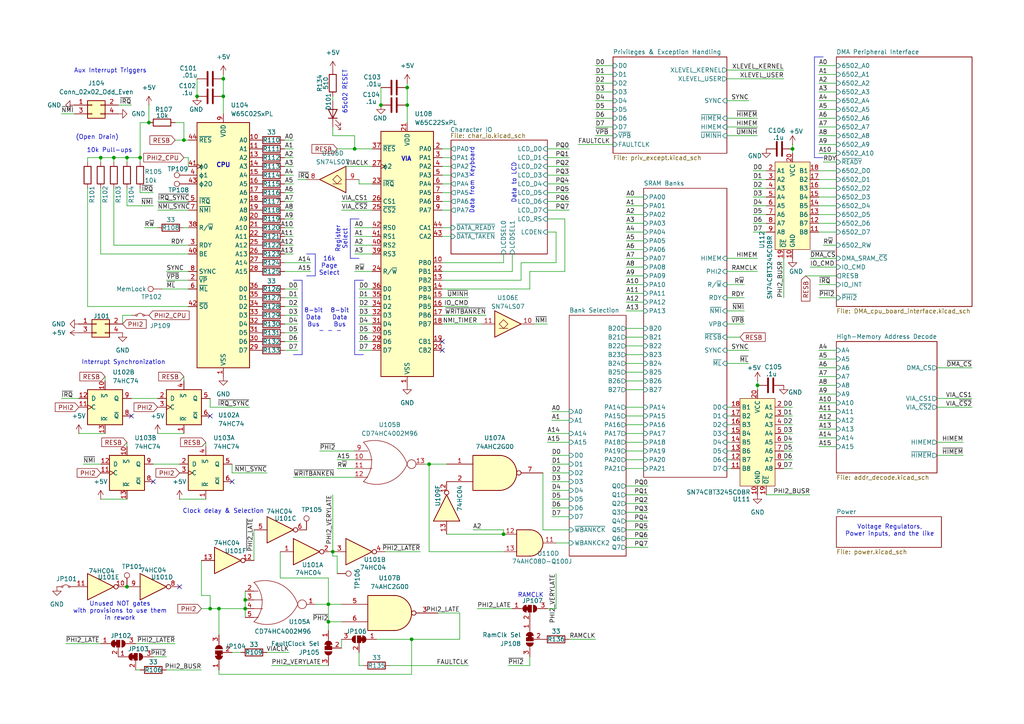
<source format=kicad_sch>
(kicad_sch (version 20250114) (generator "eeschema") (generator_version "9.0")
  (paper "A4")
  (title_block (title "65c02 Homebrew") (rev "Rev A") (company "Joseph R. Freeston") (comment 2 "https://github.com/snorklerjoe/useful6502") (comment 4 "A 65c02-based computer with peripheral i/o offloaded to a PIC16 microcontroller."))
  (text "Data to LCD" (at 149.098 53.086 90) (effects (font (size 1.27 1.27))))
  (text "65c02 RESET" (at 100.076 26.67 90) (effects (font (size 1.27 1.27))))
  (text "(Open Drain)" (at 28.194 39.878 0) (effects (font (size 1.27 1.27))))
  (text "VIA" (at 117.856 46.228 0) (effects (font (size 1.27 1.27) (thickness 0.254) (bold yes))))
  (text "10k Pull-ups" (at 31.75 43.688 0) (effects (font (size 1.27 1.27))))
  (text "Clock delay & Selection" (at 64.77 148.336 0) (effects (font (size 1.27 1.27))))
  (text "8-bit\nData\nBus" (at 90.932 92.202 0) (effects (font (size 1.27 1.27))))
  (text "- - -" (at 95.758 96.012 0) (effects (font (size 1.27 1.27))))
  (text "CPU" (at 64.77 48.006 0) (effects (font (size 1.27 1.27) (thickness 0.254) (bold yes))))
  (text "Register\nSelect" (at 99.06 69.342 90) (effects (font (size 1.27 1.27))))
  (text "RAMCLK" (at 153.924 172.72 0) (effects (font (size 1.27 1.27))))
  (text "Data from Keyboard" (at 136.906 52.324 90) (effects (font (size 1.27 1.27))))
  (text "Aux Interrupt Triggers" (at 32.004 20.574 0) (effects (font (size 1.27 1.27))))
  (text "Unused NOT gates\nwith provisions to use them\nin rework" (at 34.798 177.292 0) (effects (font (size 1.27 1.27))))
  (text "16k\nPage\nSelect" (at 95.504 77.216 0) (effects (font (size 1.27 1.27))))
  (text "Interrupt Synchronization" (at 35.814 105.156 0) (effects (font (size 1.27 1.27))))
  (text "8-bit\nData\nBus" (at 98.552 92.202 0) (effects (font (size 1.27 1.27))))
  (text "Voltage Regulators,\nPower inputs, and the like" (at 258.064 153.924 0) (effects (font (size 1.27 1.27))))
  (junction (at 119.38 185.42))
  (junction (at 53.34 40.64))
  (junction (at 64.77 27.94))
  (junction (at 63.5 176.53))
  (junction (at 36.83 45.72))
  (junction (at 60.96 176.53))
  (junction (at 118.11 30.48))
  (junction (at 95.25 175.26))
  (junction (at 229.87 43.18))
  (junction (at 57.15 27.94))
  (junction (at 96.52 160.02))
  (junction (at 102.87 43.18))
  (junction (at 43.18 35.56))
  (junction (at 146.05 154.94))
  (junction (at 71.12 173.99))
  (junction (at 95.25 180.34))
  (junction (at 71.12 176.53))
  (junction (at 29.21 45.72))
  (junction (at 36.83 170.18))
  (junction (at 219.71 111.76))
  (junction (at 64.77 22.86))
  (junction (at 118.11 25.4))
  (junction (at 124.46 134.62))
  (junction (at 33.02 45.72))
  (junction (at 110.49 30.48))
  (junction (at 40.64 45.72))
  (no_connect (at 44.45 139.7))
  (no_connect (at 38.1 120.65))
  (no_connect (at 60.96 120.65))
  (no_connect (at 67.31 139.7))
  (no_connect (at 128.27 99.06))
  (no_connect (at 52.07 170.18))
  (no_connect (at 128.27 101.6))
  (wire (pts (xy 82.55 88.9) (xy 86.36 88.9)))
  (wire (pts (xy 210.82 105.41) (xy 217.17 105.41)))
  (wire (pts (xy 97.79 133.35) (xy 102.87 133.35)))
  (wire (pts (xy 124.46 160.02) (xy 124.46 134.62)))
  (wire (pts (xy 82.55 96.52) (xy 86.36 96.52)))
  (wire (pts (xy 242.57 124.46) (xy 237.49 124.46)))
  (wire (pts (xy 271.78 106.68) (xy 281.94 106.68)))
  (wire (pts (xy 186.69 72.39) (xy 181.61 72.39)))
  (wire (pts (xy 102.87 68.58) (xy 107.95 68.58)))
  (wire (pts (xy 60.96 172.72) (xy 60.96 176.53)))
  (wire (pts (xy 95.25 180.34) (xy 95.25 182.88)))
  (wire (pts (xy 119.38 185.42) (xy 109.22 185.42)))
  (wire (pts (xy 242.57 104.14) (xy 237.49 104.14)))
  (wire (pts (xy 36.83 45.72) (xy 40.64 45.72)))
  (wire (pts (xy 210.82 36.83) (xy 219.71 36.83)))
  (wire (pts (xy 81.28 167.64) (xy 95.25 167.64)))
  (wire (pts (xy 271.78 115.57) (xy 281.94 115.57)))
  (wire (pts (xy 64.77 21.59) (xy 64.77 22.86)))
  (wire (pts (xy 210.82 125.73) (xy 212.09 125.73)))
  (wire (pts (xy 181.61 110.49) (xy 186.69 110.49)))
  (wire (pts (xy 177.8 36.83) (xy 172.72 36.83)))
  (wire (pts (xy 40.64 35.56) (xy 40.64 45.72)))
  (wire (pts (xy 127 177.8) (xy 133.35 177.8)))
  (wire (pts (xy 227.33 120.65) (xy 229.87 120.65)))
  (wire (pts (xy 210.82 22.86) (xy 227.33 22.86)))
  (wire (pts (xy 271.78 128.27) (xy 279.4 128.27)))
  (wire (pts (xy 44.45 55.88) (xy 40.64 55.88)))
  (wire (pts (xy 237.49 54.61) (xy 242.57 54.61)))
  (wire (pts (xy 46.99 83.82) (xy 54.61 83.82)))
  (wire (pts (xy 210.82 82.55) (xy 215.9 82.55)))
  (wire (pts (xy 58.42 162.56) (xy 58.42 172.72)))
  (polyline (pts (xy 238.76 16.51) (xy 237.49 16.51)))
  (wire (pts (xy 181.61 135.89) (xy 186.69 135.89)))
  (wire (pts (xy 158.75 43.18) (xy 165.1 43.18)))
  (wire (pts (xy 64.77 22.86) (xy 64.77 27.94)))
  (wire (pts (xy 128.27 53.34) (xy 130.81 53.34)))
  (wire (pts (xy 45.72 58.42) (xy 54.61 58.42)))
  (wire (pts (xy 81.28 160.02) (xy 81.28 167.64)))
  (wire (pts (xy 210.82 130.81) (xy 212.09 130.81)))
  (wire (pts (xy 186.69 74.93) (xy 181.61 74.93)))
  (wire (pts (xy 102.87 66.04) (xy 107.95 66.04)))
  (wire (pts (xy 35.56 91.44) (xy 35.56 93.98)))
  (wire (pts (xy 242.57 127) (xy 237.49 127)))
  (wire (pts (xy 123.19 134.62) (xy 124.46 134.62)))
  (wire (pts (xy 102.87 73.66) (xy 107.95 73.66)))
  (wire (pts (xy 104.14 193.04) (xy 105.41 193.04)))
  (wire (pts (xy 99.06 187.96) (xy 99.06 185.42)))
  (wire (pts (xy 52.07 134.62) (xy 44.45 134.62)))
  (wire (pts (xy 157.48 153.67) (xy 165.1 153.67)))
  (wire (pts (xy 227.33 123.19) (xy 229.87 123.19)))
  (wire (pts (xy 227.33 128.27) (xy 229.87 128.27)))
  (wire (pts (xy 158.75 176.53) (xy 161.29 176.53)))
  (wire (pts (xy 218.44 59.69) (xy 222.25 59.69)))
  (wire (pts (xy 227.33 135.89) (xy 229.87 135.89)))
  (wire (pts (xy 210.82 29.21) (xy 217.17 29.21)))
  (wire (pts (xy 242.57 34.29) (xy 237.49 34.29)))
  (polyline (pts (xy 87.63 85.09) (xy 87.63 102.87)))
  (polyline (pts (xy 88.9 73.66) (xy 91.44 73.66)))
  (wire (pts (xy 128.27 58.42) (xy 130.81 58.42)))
  (wire (pts (xy 148.59 73.66) (xy 148.59 78.74)))
  (wire (pts (xy 119.38 185.42) (xy 119.38 195.58)))
  (wire (pts (xy 82.55 71.12) (xy 85.09 71.12)))
  (wire (pts (xy 95.25 167.64) (xy 95.25 175.26)))
  (wire (pts (xy 242.57 119.38) (xy 237.49 119.38)))
  (wire (pts (xy 210.82 133.35) (xy 212.09 133.35)))
  (wire (pts (xy 59.69 128.27) (xy 59.69 129.54)))
  (wire (pts (xy 146.05 160.02) (xy 124.46 160.02)))
  (wire (pts (xy 50.8 35.56) (xy 53.34 35.56)))
  (wire (pts (xy 227.33 125.73) (xy 229.87 125.73)))
  (wire (pts (xy 210.82 118.11) (xy 212.09 118.11)))
  (wire (pts (xy 181.61 143.51) (xy 187.96 143.51)))
  (wire (pts (xy 151.13 81.28) (xy 128.27 81.28)))
  (wire (pts (xy 118.11 35.56) (xy 118.11 30.48)))
  (wire (pts (xy 96.52 27.94) (xy 96.52 29.21)))
  (wire (pts (xy 181.61 120.65) (xy 186.69 120.65)))
  (wire (pts (xy 210.82 78.74) (xy 219.71 78.74)))
  (wire (pts (xy 138.43 176.53) (xy 148.59 176.53)))
  (wire (pts (xy 99.06 60.96) (xy 107.95 60.96)))
  (wire (pts (xy 63.5 195.58) (xy 119.38 195.58)))
  (polyline (pts (xy 85.09 102.87) (xy 87.63 102.87)))
  (wire (pts (xy 33.02 45.72) (xy 36.83 45.72)))
  (wire (pts (xy 82.55 78.74) (xy 90.17 78.74)))
  (wire (pts (xy 92.71 130.81) (xy 102.87 130.81)))
  (wire (pts (xy 82.55 40.64) (xy 85.09 40.64)))
  (wire (pts (xy 82.55 68.58) (xy 85.09 68.58)))
  (polyline (pts (xy 91.44 73.66) (xy 91.44 80.01)))
  (polyline (pts (xy 102.87 85.09) (xy 102.87 102.87)))
  (wire (pts (xy 153.67 83.82) (xy 128.27 83.82)))
  (wire (pts (xy 186.69 77.47) (xy 181.61 77.47)))
  (wire (pts (xy 72.39 118.11) (xy 60.96 118.11)))
  (wire (pts (xy 158.75 125.73) (xy 165.1 125.73)))
  (wire (pts (xy 181.61 100.33) (xy 186.69 100.33)))
  (wire (pts (xy 77.47 189.23) (xy 83.82 189.23)))
  (wire (pts (xy 45.72 115.57) (xy 38.1 115.57)))
  (wire (pts (xy 177.8 29.21) (xy 172.72 29.21)))
  (wire (pts (xy 177.8 26.67) (xy 172.72 26.67)))
  (polyline (pts (xy 237.49 16.51) (xy 236.22 16.51)))
  (wire (pts (xy 85.09 138.43) (xy 102.87 138.43)))
  (wire (pts (xy 181.61 107.95) (xy 186.69 107.95)))
  (wire (pts (xy 118.11 25.4) (xy 118.11 24.13)))
  (wire (pts (xy 38.1 91.44) (xy 35.56 91.44)))
  (wire (pts (xy 153.67 78.74) (xy 153.67 83.82)))
  (wire (pts (xy 181.61 113.03) (xy 186.69 113.03)))
  (wire (pts (xy 82.55 91.44) (xy 86.36 91.44)))
  (wire (pts (xy 147.32 193.04) (xy 153.67 193.04)))
  (wire (pts (xy 107.95 83.82) (xy 104.14 83.82)))
  (wire (pts (xy 78.74 193.04) (xy 95.25 193.04)))
  (polyline (pts (xy 101.6 74.93) (xy 104.14 74.93)))
  (wire (pts (xy 158.75 55.88) (xy 165.1 55.88)))
  (wire (pts (xy 107.95 101.6) (xy 104.14 101.6)))
  (wire (pts (xy 97.79 166.37) (xy 97.79 161.29)))
  (wire (pts (xy 242.57 29.21) (xy 237.49 29.21)))
  (wire (pts (xy 82.55 93.98) (xy 86.36 93.98)))
  (wire (pts (xy 102.87 78.74) (xy 107.95 78.74)))
  (wire (pts (xy 137.16 153.67) (xy 146.05 153.67)))
  (wire (pts (xy 214.63 97.79) (xy 210.82 97.79)))
  (wire (pts (xy 99.06 58.42) (xy 107.95 58.42)))
  (wire (pts (xy 128.27 66.04) (xy 130.81 66.04)))
  (wire (pts (xy 19.05 186.69) (xy 29.21 186.69)))
  (wire (pts (xy 82.55 73.66) (xy 85.09 73.66)))
  (wire (pts (xy 82.55 60.96) (xy 85.09 60.96)))
  (wire (pts (xy 242.57 114.3) (xy 237.49 114.3)))
  (wire (pts (xy 238.76 46.99) (xy 242.57 46.99)))
  (wire (pts (xy 186.69 64.77) (xy 181.61 64.77)))
  (wire (pts (xy 25.4 54.61) (xy 25.4 88.9)))
  (wire (pts (xy 172.72 39.37) (xy 177.8 39.37)))
  (wire (pts (xy 158.75 67.31) (xy 161.29 67.31)))
  (wire (pts (xy 33.02 54.61) (xy 33.02 71.12)))
  (wire (pts (xy 242.57 21.59) (xy 237.49 21.59)))
  (wire (pts (xy 161.29 157.48) (xy 165.1 157.48)))
  (wire (pts (xy 238.76 71.12) (xy 242.57 71.12)))
  (wire (pts (xy 128.27 43.18) (xy 130.81 43.18)))
  (wire (pts (xy 45.72 60.96) (xy 54.61 60.96)))
  (wire (pts (xy 25.4 46.99) (xy 25.4 45.72)))
  (wire (pts (xy 95.25 180.34) (xy 95.25 175.26)))
  (wire (pts (xy 82.55 99.06) (xy 86.36 99.06)))
  (wire (pts (xy 96.52 39.37) (xy 102.87 39.37)))
  (wire (pts (xy 102.87 39.37) (xy 102.87 43.18)))
  (wire (pts (xy 53.34 35.56) (xy 53.34 40.64)))
  (wire (pts (xy 158.75 45.72) (xy 165.1 45.72)))
  (wire (pts (xy 158.75 50.8) (xy 165.1 50.8)))
  (wire (pts (xy 73.66 162.56) (xy 73.66 153.67)))
  (wire (pts (xy 36.83 128.27) (xy 36.83 129.54)))
  (wire (pts (xy 186.69 59.69) (xy 181.61 59.69)))
  (wire (pts (xy 158.75 128.27) (xy 165.1 128.27)))
  (wire (pts (xy 242.57 121.92) (xy 237.49 121.92)))
  (wire (pts (xy 210.82 20.32) (xy 227.33 20.32)))
  (wire (pts (xy 41.91 66.04) (xy 45.72 66.04)))
  (wire (pts (xy 25.4 45.72) (xy 29.21 45.72)))
  (wire (pts (xy 113.03 193.04) (xy 135.89 193.04)))
  (wire (pts (xy 237.49 64.77) (xy 242.57 64.77)))
  (wire (pts (xy 40.64 45.72) (xy 40.64 46.99)))
  (wire (pts (xy 218.44 49.53) (xy 222.25 49.53)))
  (wire (pts (xy 104.14 53.34) (xy 107.95 53.34)))
  (wire (pts (xy 30.48 109.22) (xy 30.48 110.49)))
  (wire (pts (xy 146.05 73.66) (xy 146.05 76.2)))
  (wire (pts (xy 229.87 43.18) (xy 229.87 44.45)))
  (wire (pts (xy 146.05 76.2) (xy 128.27 76.2)))
  (wire (pts (xy 210.82 34.29) (xy 219.71 34.29)))
  (wire (pts (xy 60.96 176.53) (xy 63.5 176.53)))
  (polyline (pts (xy 104.14 63.5) (xy 101.6 63.5)))
  (wire (pts (xy 181.61 87.63) (xy 186.69 87.63)))
  (wire (pts (xy 107.95 86.36) (xy 104.14 86.36)))
  (wire (pts (xy 165.1 139.7) (xy 160.02 139.7)))
  (wire (pts (xy 237.49 67.31) (xy 242.57 67.31)))
  (wire (pts (xy 58.42 172.72) (xy 60.96 172.72)))
  (wire (pts (xy 165.1 147.32) (xy 160.02 147.32)))
  (polyline (pts (xy 105.41 81.28) (xy 102.87 81.28)))
  (wire (pts (xy 210.82 123.19) (xy 212.09 123.19)))
  (wire (pts (xy 107.95 93.98) (xy 104.14 93.98)))
  (wire (pts (xy 128.27 48.26) (xy 130.81 48.26)))
  (wire (pts (xy 40.64 35.56) (xy 43.18 35.56)))
  (wire (pts (xy 110.49 25.4) (xy 110.49 30.48)))
  (wire (pts (xy 25.4 88.9) (xy 54.61 88.9)))
  (polyline (pts (xy 88.9 80.01) (xy 91.44 80.01)))
  (wire (pts (xy 29.21 46.99) (xy 29.21 45.72)))
  (wire (pts (xy 237.49 86.36) (xy 242.57 86.36)))
  (wire (pts (xy 33.02 71.12) (xy 54.61 71.12)))
  (wire (pts (xy 71.12 173.99) (xy 71.12 171.45)))
  (wire (pts (xy 102.87 43.18) (xy 107.95 43.18)))
  (wire (pts (xy 181.61 125.73) (xy 186.69 125.73)))
  (wire (pts (xy 29.21 144.78) (xy 36.83 144.78)))
  (wire (pts (xy 128.27 45.72) (xy 130.81 45.72)))
  (wire (pts (xy 218.44 54.61) (xy 222.25 54.61)))
  (wire (pts (xy 128.27 55.88) (xy 130.81 55.88)))
  (wire (pts (xy 177.8 31.75) (xy 172.72 31.75)))
  (wire (pts (xy 82.55 43.18) (xy 85.09 43.18)))
  (wire (pts (xy 86.36 52.07) (xy 88.9 52.07)))
  (wire (pts (xy 97.79 135.89) (xy 102.87 135.89)))
  (wire (pts (xy 128.27 68.58) (xy 130.81 68.58)))
  (wire (pts (xy 177.8 24.13) (xy 172.72 24.13)))
  (wire (pts (xy 165.1 185.42) (xy 172.72 185.42)))
  (wire (pts (xy 102.87 71.12) (xy 107.95 71.12)))
  (polyline (pts (xy 105.41 102.87) (xy 102.87 102.87)))
  (wire (pts (xy 186.69 69.85) (xy 181.61 69.85)))
  (wire (pts (xy 82.55 63.5) (xy 85.09 63.5)))
  (wire (pts (xy 242.57 116.84) (xy 237.49 116.84)))
  (wire (pts (xy 129.54 134.62) (xy 124.46 134.62)))
  (wire (pts (xy 95.25 180.34) (xy 99.06 180.34)))
  (wire (pts (xy 146.05 153.67) (xy 146.05 154.94)))
  (wire (pts (xy 181.61 148.59) (xy 187.96 148.59)))
  (wire (pts (xy 52.07 144.78) (xy 59.69 144.78)))
  (wire (pts (xy 242.57 24.13) (xy 237.49 24.13)))
  (wire (pts (xy 96.52 143.51) (xy 96.52 160.02)))
  (wire (pts (xy 218.44 52.07) (xy 222.25 52.07)))
  (wire (pts (xy 167.64 41.91) (xy 177.8 41.91)))
  (wire (pts (xy 218.44 67.31) (xy 222.25 67.31)))
  (wire (pts (xy 227.33 118.11) (xy 229.87 118.11)))
  (wire (pts (xy 82.55 83.82) (xy 86.36 83.82)))
  (wire (pts (xy 181.61 123.19) (xy 186.69 123.19)))
  (wire (pts (xy 82.55 66.04) (xy 85.09 66.04)))
  (wire (pts (xy 181.61 146.05) (xy 187.96 146.05)))
  (wire (pts (xy 82.55 101.6) (xy 86.36 101.6)))
  (wire (pts (xy 129.54 154.94) (xy 146.05 154.94)))
  (wire (pts (xy 107.95 99.06) (xy 104.14 99.06)))
  (wire (pts (xy 128.27 86.36) (xy 135.89 86.36)))
  (wire (pts (xy 160.02 119.38) (xy 165.1 119.38)))
  (wire (pts (xy 242.57 106.68) (xy 237.49 106.68)))
  (wire (pts (xy 22.86 125.73) (xy 30.48 125.73)))
  (wire (pts (xy 242.57 26.67) (xy 237.49 26.67)))
  (wire (pts (xy 210.82 101.6) (xy 217.17 101.6)))
  (wire (pts (xy 158.75 60.96) (xy 165.1 60.96)))
  (wire (pts (xy 237.49 82.55) (xy 242.57 82.55)))
  (wire (pts (xy 181.61 97.79) (xy 186.69 97.79)))
  (wire (pts (xy 111.76 160.02) (xy 121.92 160.02)))
  (wire (pts (xy 218.44 62.23) (xy 222.25 62.23)))
  (wire (pts (xy 181.61 90.17) (xy 186.69 90.17)))
  (wire (pts (xy 210.82 128.27) (xy 212.09 128.27)))
  (wire (pts (xy 53.34 66.04) (xy 54.61 66.04)))
  (wire (pts (xy 181.61 105.41) (xy 186.69 105.41)))
  (wire (pts (xy 36.83 46.99) (xy 36.83 45.72)))
  (wire (pts (xy 82.55 58.42) (xy 85.09 58.42)))
  (wire (pts (xy 242.57 41.91) (xy 237.49 41.91)))
  (wire (pts (xy 242.57 19.05) (xy 237.49 19.05)))
  (wire (pts (xy 237.49 52.07) (xy 242.57 52.07)))
  (wire (pts (xy 36.83 54.61) (xy 36.83 59.69)))
  (wire (pts (xy 210.82 93.98) (xy 215.9 93.98)))
  (wire (pts (xy 242.57 31.75) (xy 237.49 31.75)))
  (wire (pts (xy 67.31 137.16) (xy 67.31 134.62)))
  (wire (pts (xy 153.67 78.74) (xy 163.83 78.74)))
  (wire (pts (xy 177.8 21.59) (xy 172.72 21.59)))
  (wire (pts (xy 40.64 194.31) (xy 39.37 194.31)))
  (wire (pts (xy 237.49 57.15) (xy 242.57 57.15)))
  (wire (pts (xy 82.55 55.88) (xy 85.09 55.88)))
  (wire (pts (xy 165.1 134.62) (xy 160.02 134.62)))
  (wire (pts (xy 237.49 59.69) (xy 242.57 59.69)))
  (wire (pts (xy 161.29 67.31) (xy 161.29 76.2)))
  (wire (pts (xy 186.69 82.55) (xy 181.61 82.55)))
  (polyline (pts (xy 236.22 16.51) (xy 236.22 45.72)))
  (wire (pts (xy 242.57 36.83) (xy 237.49 36.83)))
  (wire (pts (xy 48.26 78.74) (xy 54.61 78.74)))
  (wire (pts (xy 50.8 40.64) (xy 53.34 40.64)))
  (wire (pts (xy 218.44 64.77) (xy 222.25 64.77)))
  (wire (pts (xy 97.79 161.29) (xy 96.52 161.29)))
  (wire (pts (xy 158.75 63.5) (xy 163.83 63.5)))
  (wire (pts (xy 71.12 176.53) (xy 71.12 173.99)))
  (wire (pts (xy 44.45 190.5) (xy 48.26 190.5)))
  (wire (pts (xy 24.13 134.62) (xy 29.21 134.62)))
  (wire (pts (xy 119.38 185.42) (xy 133.35 185.42)))
  (wire (pts (xy 158.75 58.42) (xy 165.1 58.42)))
  (wire (pts (xy 48.26 81.28) (xy 54.61 81.28)))
  (wire (pts (xy 54.61 73.66) (xy 29.21 73.66)))
  (wire (pts (xy 96.52 36.83) (xy 96.52 39.37)))
  (polyline (pts (xy 87.63 81.28) (xy 87.63 85.09)))
  (wire (pts (xy 177.8 34.29) (xy 172.72 34.29)))
  (wire (pts (xy 227.33 133.35) (xy 229.87 133.35)))
  (wire (pts (xy 161.29 76.2) (xy 151.13 76.2)))
  (wire (pts (xy 82.55 53.34) (xy 85.09 53.34)))
  (wire (pts (xy 82.55 45.72) (xy 85.09 45.72)))
  (wire (pts (xy 181.61 153.67) (xy 187.96 153.67)))
  (wire (pts (xy 181.61 130.81) (xy 186.69 130.81)))
  (polyline (pts (xy 85.09 81.28) (xy 87.63 81.28)))
  (wire (pts (xy 186.69 57.15) (xy 181.61 57.15)))
  (wire (pts (xy 128.27 93.98) (xy 139.7 93.98)))
  (wire (pts (xy 17.78 115.57) (xy 22.86 115.57)))
  (wire (pts (xy 165.1 142.24) (xy 160.02 142.24)))
  (wire (pts (xy 107.95 91.44) (xy 104.14 91.44)))
  (wire (pts (xy 186.69 67.31) (xy 181.61 67.31)))
  (wire (pts (xy 107.95 96.52) (xy 104.14 96.52)))
  (wire (pts (xy 233.68 80.01) (xy 242.57 80.01)))
  (wire (pts (xy 219.71 111.76) (xy 219.71 113.03)))
  (wire (pts (xy 53.34 45.72) (xy 54.61 45.72)))
  (wire (pts (xy 71.12 176.53) (xy 71.12 179.07)))
  (wire (pts (xy 181.61 156.21) (xy 187.96 156.21)))
  (wire (pts (xy 165.1 144.78) (xy 160.02 144.78)))
  (wire (pts (xy 100.33 48.26) (xy 107.95 48.26)))
  (wire (pts (xy 33.02 46.99) (xy 33.02 45.72)))
  (wire (pts (xy 34.29 30.48) (xy 38.1 30.48)))
  (wire (pts (xy 53.34 40.64) (xy 54.61 40.64)))
  (wire (pts (xy 237.49 49.53) (xy 242.57 49.53)))
  (wire (pts (xy 128.27 50.8) (xy 130.81 50.8)))
  (wire (pts (xy 151.13 76.2) (xy 151.13 81.28)))
  (wire (pts (xy 186.69 62.23) (xy 181.61 62.23)))
  (wire (pts (xy 58.42 194.31) (xy 48.26 194.31)))
  (wire (pts (xy 77.47 137.16) (xy 67.31 137.16)))
  (wire (pts (xy 64.77 27.94) (xy 64.77 33.02)))
  (wire (pts (xy 165.1 149.86) (xy 160.02 149.86)))
  (wire (pts (xy 107.95 88.9) (xy 104.14 88.9)))
  (wire (pts (xy 29.21 73.66) (xy 29.21 54.61)))
  (wire (pts (xy 271.78 132.08) (xy 279.4 132.08)))
  (wire (pts (xy 82.55 76.2) (xy 90.17 76.2)))
  (wire (pts (xy 163.83 63.5) (xy 163.83 78.74)))
  (wire (pts (xy 165.1 132.08) (xy 160.02 132.08)))
  (wire (pts (xy 63.5 184.15) (xy 63.5 176.53)))
  (wire (pts (xy 133.35 185.42) (xy 133.35 177.8)))
  (wire (pts (xy 234.95 74.93) (xy 242.57 74.93)))
  (wire (pts (xy 154.94 93.98) (xy 158.75 93.98)))
  (wire (pts (xy 242.57 109.22) (xy 237.49 109.22)))
  (wire (pts (xy 43.18 30.48) (xy 43.18 35.56)))
  (wire (pts (xy 210.82 120.65) (xy 212.09 120.65)))
  (wire (pts (xy 242.57 44.45) (xy 237.49 44.45)))
  (wire (pts (xy 82.55 50.8) (xy 85.09 50.8)))
  (wire (pts (xy 210.82 39.37) (xy 219.71 39.37)))
  (wire (pts (xy 67.31 189.23) (xy 69.85 189.23)))
  (wire (pts (xy 104.14 189.23) (xy 104.14 193.04)))
  (wire (pts (xy 242.57 39.37) (xy 237.49 39.37)))
  (wire (pts (xy 63.5 176.53) (xy 71.12 176.53)))
  (wire (pts (xy 29.21 45.72) (xy 33.02 45.72)))
  (wire (pts (xy 157.48 137.16) (xy 157.48 153.67)))
  (wire (pts (xy 96.52 161.29) (xy 96.52 160.02)))
  (wire (pts (xy 104.14 52.07) (xy 104.14 53.34)))
  (wire (pts (xy 40.64 55.88) (xy 40.64 54.61)))
  (wire (pts (xy 21.59 33.02) (xy 17.78 33.02)))
  (wire (pts (xy 158.75 53.34) (xy 165.1 53.34)))
  (wire (pts (xy 82.55 86.36) (xy 86.36 86.36)))
  (wire (pts (xy 210.82 74.93) (xy 219.71 74.93)))
  (wire (pts (xy 227.33 130.81) (xy 229.87 130.81)))
  (wire (pts (xy 91.44 175.26) (xy 95.25 175.26)))
  (wire (pts (xy 242.57 101.6) (xy 237.49 101.6)))
  (wire (pts (xy 181.61 95.25) (xy 186.69 95.25)))
  (wire (pts (xy 95.25 175.26) (xy 99.06 175.26)))
  (wire (pts (xy 242.57 129.54) (xy 237.49 129.54)))
  (wire (pts (xy 181.61 85.09) (xy 186.69 85.09)))
  (wire (pts (xy 181.61 158.75) (xy 187.96 158.75)))
  (wire (pts (xy 210.82 135.89) (xy 212.09 135.89)))
  (wire (pts (xy 60.96 118.11) (xy 60.96 115.57)))
  (wire (pts (xy 218.44 57.15) (xy 222.25 57.15)))
  (polyline (pts (xy 238.76 45.72) (xy 236.22 45.72)))
  (wire (pts (xy 97.79 43.18) (xy 102.87 43.18)))
  (wire (pts (xy 242.57 111.76) (xy 237.49 111.76)))
  (wire (pts (xy 128.27 88.9) (xy 135.89 88.9)))
  (wire (pts (xy 181.61 118.11) (xy 186.69 118.11)))
  (wire (pts (xy 160.02 121.92) (xy 165.1 121.92)))
  (wire (pts (xy 181.61 151.13) (xy 187.96 151.13)))
  (wire (pts (xy 181.61 140.97) (xy 187.96 140.97)))
  (wire (pts (xy 57.15 22.86) (xy 57.15 27.94)))
  (wire (pts (xy 227.33 74.93) (xy 227.33 86.36)))
  (wire (pts (xy 186.69 80.01) (xy 181.61 80.01)))
  (wire (pts (xy 58.42 176.53) (xy 60.96 176.53)))
  (wire (pts (xy 222.25 143.51) (xy 234.95 143.51)))
  (wire (pts (xy 181.61 102.87) (xy 186.69 102.87)))
  (wire (pts (xy 237.49 62.23) (xy 242.57 62.23)))
  (wire (pts (xy 45.72 125.73) (xy 53.34 125.73)))
  (wire (pts (xy 181.61 133.35) (xy 186.69 133.35)))
  (wire (pts (xy 158.75 48.26) (xy 165.1 48.26)))
  (wire (pts (xy 219.71 110.49) (xy 219.71 111.76)))
  (wire (pts (xy 148.59 78.74) (xy 128.27 78.74)))
  (wire (pts (xy 36.83 59.69) (xy 44.45 59.69)))
  (wire (pts (xy 63.5 194.31) (xy 63.5 195.58)))
  (wire (pts (xy 210.82 90.17) (xy 215.9 90.17)))
  (wire (pts (xy 153.67 193.04) (xy 153.67 190.5)))
  (wire (pts (xy 271.78 118.11) (xy 281.94 118.11)))
  (wire (pts (xy 165.1 137.16) (xy 160.02 137.16)))
  (wire (pts (xy 118.11 30.48) (xy 118.11 25.4)))
  (wire (pts (xy 181.61 128.27) (xy 186.69 128.27)))
  (wire (pts (xy 128.27 91.44) (xy 140.97 91.44)))
  (polyline (pts (xy 102.87 81.28) (xy 102.87 85.09)))
  (wire (pts (xy 234.95 77.47) (xy 242.57 77.47)))
  (wire (pts (xy 82.55 48.26) (xy 85.09 48.26)))
  (wire (pts (xy 229.87 43.18) (xy 229.87 41.91)))
  (polyline (pts (xy 101.6 63.5) (xy 101.6 74.93)))
  (wire (pts (xy 177.8 19.05) (xy 172.72 19.05)))
  (wire (pts (xy 128.27 60.96) (xy 130.81 60.96)))
  (wire (pts (xy 210.82 86.36) (xy 215.9 86.36)))
  (wire (pts (xy 54.61 45.72) (xy 54.61 48.26)))
  (wire (pts (xy 53.34 109.22) (xy 53.34 110.49)))
  (wire (pts (xy 39.37 186.69) (xy 50.8 186.69)))
  (wire (pts (xy 161.29 176.53) (xy 161.29 166.37)))
  (label "A8" (at 181.61 77.47 0))
  (label "FAULTCLK" (at 167.64 41.91 0))
  (label "RAMCLK" (at 172.72 185.42 180))
  (label "A6" (at 85.09 55.88 180))
  (label "R~{W}" (at 102.87 78.74 0))
  (label "A6" (at 237.49 106.68 0))
  (label "PQ4" (at 187.96 151.13 180))
  (label "D6" (at 172.72 34.29 0))
  (label "D4" (at 104.14 93.98 0))
  (label "PQ3" (at 165.1 50.8 180))
  (label "PQ2" (at 165.1 48.26 180))
  (label "~{DMA_CS}" (at 234.95 74.93 0))
  (label "~{DMA_CS}" (at 281.94 106.68 180))
  (label "A0" (at 85.09 40.64 180))
  (label "A0" (at 237.49 19.05 0))
  (label "PQ7" (at 165.1 60.96 180))
  (label "PQ4" (at 165.1 53.34 180))
  (label "A11" (at 85.09 68.58 180))
  (label "PQ3" (at 187.96 148.59 180))
  (label "A13" (at 181.61 90.17 0))
  (label "A10" (at 85.09 66.04 180))
  (label "~{WRITBANKEN}" (at 85.09 138.43 0))
  (label "~{PHI2}" (at 237.49 86.36 0))
  (label "XLEVEL_KERNEL" (at 227.33 20.32 180))
  (label "SYNC" (at 217.17 29.21 180))
  (label "A12" (at 181.61 87.63 0))
  (label "~{NMI}" (at 44.45 59.69 180))
  (label "PHI2_LATE" (at 138.43 176.53 0))
  (label "D1" (at 218.44 52.07 0))
  (label "A7" (at 237.49 36.83 0))
  (label "~{PHI2}" (at 92.71 130.81 0))
  (label "D2" (at 160.02 137.16 0))
  (label "A5" (at 85.09 53.34 180))
  (label "A5" (at 237.49 104.14 0))
  (label "FAULTCLK" (at 135.89 193.04 180))
  (label "A5" (at 237.49 31.75 0))
  (label "A0" (at 160.02 119.38 0))
  (label "D5" (at 160.02 144.78 0))
  (label "PHI2_VERYLATE" (at 96.52 143.51 270))
  (label "D0" (at 86.36 83.82 180))
  (label "~{NMI_SYNC}" (at 45.72 60.96 0))
  (label "~{PHI2}" (at 95.25 180.34 180))
  (label "PQ7" (at 187.96 158.75 180))
  (label "HIMEM" (at 279.4 128.27 180))
  (label "A3" (at 181.61 64.77 0))
  (label "~{PHI2_LATE}" (at 19.05 186.69 0))
  (label "A10" (at 181.61 82.55 0))
  (label "SYNC" (at 217.17 101.6 180))
  (label "A13" (at 85.09 73.66 180))
  (label "~{VPB}" (at 172.72 39.37 0))
  (label "RDY" (at 215.9 86.36 180) (effects (font (thickness 0.1588))))
  (label "A13" (at 237.49 124.46 0))
  (label "A9" (at 181.61 80.01 0))
  (label "R~{W}" (at 97.79 135.89 0))
  (label "A12" (at 85.09 71.12 180))
  (label "D5" (at 172.72 31.75 0))
  (label "A0" (at 181.61 57.15 0))
  (label "A3" (at 102.87 73.66 0))
  (label "D1" (at 229.87 120.65 180))
  (label "D2" (at 86.36 88.9 180))
  (label "~{ML}" (at 48.26 83.82 0))
  (label "~{ML}" (at 217.17 105.41 180))
  (label "IO_CMD" (at 135.89 88.9 180))
  (label "NMI_TIMER" (at 138.43 93.98 180))
  (label "R~{W}" (at 215.9 82.55 180))
  (label "D4" (at 218.44 59.69 0))
  (label "D3" (at 172.72 26.67 0))
  (label "D3" (at 229.87 125.73 180))
  (label "PQ2" (at 187.96 146.05 180))
  (label "R~{W}" (at 41.91 66.04 0))
  (label "D1" (at 104.14 86.36 0))
  (label "~{HIMEM}" (at 279.4 132.08 180))
  (label "A1" (at 85.09 43.18 180))
  (label "A10" (at 237.49 44.45 0))
  (label "PQ5" (at 187.96 153.67 180))
  (label "A14" (at 237.49 127 0))
  (label "D6" (at 104.14 99.06 0))
  (label "A6" (at 181.61 72.39 0))
  (label "RAMCLK" (at 219.71 78.74 180))
  (label "D0" (at 218.44 49.53 0))
  (label "~{UMINH}" (at 135.89 86.36 180))
  (label "A9" (at 237.49 114.3 0))
  (label "PHI2_VERYLATE" (at 161.29 166.37 270))
  (label "D7" (at 229.87 135.89 180))
  (label "D7" (at 86.36 101.6 180))
  (label "HIMEM" (at 219.71 74.93 180))
  (label "A4" (at 237.49 101.6 0))
  (label "A2" (at 137.16 153.67 0))
  (label "PQ6" (at 165.1 58.42 180))
  (label "D4" (at 160.02 142.24 0))
  (label "PQ1" (at 187.96 143.51 180))
  (label "D1" (at 86.36 86.36 180))
  (label "XLEVEL_USER" (at 227.33 22.86 180))
  (label "A3" (at 85.09 48.26 180))
  (label "IO_CMD" (at 234.95 77.47 0))
  (label "A8" (at 85.09 60.96 180))
  (label "A4" (at 237.49 29.21 0))
  (label "A14" (at 158.75 125.73 0))
  (label "A15" (at 237.49 129.54 0))
  (label "A2" (at 181.61 62.23 0))
  (label "D6" (at 229.87 133.35 180))
  (label "D4" (at 86.36 93.98 180))
  (label "D3" (at 104.14 91.44 0))
  (label "A15" (at 97.79 133.35 0))
  (label "D6" (at 160.02 147.32 0))
  (label "~{IRQ_SYNC}" (at 45.72 58.42 0))
  (label "A15" (at 158.75 128.27 0))
  (label "~{VPB}" (at 215.9 93.98 180))
  (label "A15" (at 90.17 78.74 180))
  (label "A12" (at 237.49 121.92 0))
  (label "PHI2_LATE" (at 133.35 177.8 180))
  (label "A3" (at 237.49 26.67 0))
  (label "~{NMI}" (at 158.75 93.98 180))
  (label "RDY" (at 49.53 71.12 0) (effects (font (thickness 0.1588))))
  (label "D1" (at 172.72 21.59 0))
  (label "~{IRQ}" (at 17.78 115.57 0))
  (label "PHI2_BUSR" (at 58.42 194.31 180))
  (label "~{NMI}" (at 24.13 134.62 0))
  (label "D0" (at 172.72 19.05 0))
  (label "~{IRQ}" (at 44.45 55.88 180))
  (label "~{VPB}" (at 48.26 81.28 0))
  (label "~{WRITBANKEN}" (at 140.97 91.44 180))
  (label "D6" (at 218.44 64.77 0))
  (label "D7" (at 218.44 67.31 0))
  (label "D7" (at 172.72 36.83 0))
  (label "A1" (at 102.87 68.58 0))
  (label "A8" (at 237.49 39.37 0))
  (label "VIA_~{CS2}" (at 99.06 60.96 0))
  (label "A14" (at 90.17 76.2 180))
  (label "PQ1" (at 165.1 45.72 180))
  (label "~{IRQ}" (at 237.49 82.55 0))
  (label "D3" (at 160.02 139.7 0))
  (label "D5" (at 229.87 130.81 180))
  (label "RDY" (at 238.76 46.99 0) (effects (font (thickness 0.1588))))
  (label "A8" (at 237.49 111.76 0))
  (label "VIACLK" (at 100.33 48.26 0))
  (label "~{NMI_SYNC}" (at 77.47 137.16 180))
  (label "A1" (at 160.02 121.92 0))
  (label "A2" (at 102.87 71.12 0))
  (label "~{PHI2_LATE}" (at 73.66 160.02 90))
  (label "D0" (at 104.14 83.82 0))
  (label "A7" (at 181.61 74.93 0))
  (label "~{IRQ}" (at 38.1 30.48 180))
  (label "R~{W}" (at 238.76 71.12 0))
  (label "D0" (at 160.02 132.08 0))
  (label "A1" (at 181.61 59.69 0))
  (label "A7" (at 237.49 109.22 0))
  (label "~{IRQ_SYNC}" (at 72.39 118.11 180))
  (label "D2" (at 218.44 54.61 0))
  (label "A6" (at 237.49 34.29 0))
  (label "~{PHI2_LATER}" (at 121.92 160.02 180))
  (label "A4" (at 181.61 67.31 0))
  (label "PQ0" (at 187.96 140.97 180))
  (label "D0" (at 229.87 118.11 180))
  (label "A4" (at 85.09 50.8 180))
  (label "VIA_CS1" (at 281.94 115.57 180))
  (label "~{PHI2_LATER}" (at 50.8 186.69 180))
  (label "A7" (at 85.09 58.42 180))
  (label "PHI2_BUSR" (at 234.95 143.51 180))
  (label "D4" (at 172.72 29.21 0))
  (label "VIACLK" (at 83.82 189.23 180))
  (label "~{UMINH}" (at 219.71 39.37 180))
  (label "~{IRQ}" (at 86.36 52.07 0))
  (label "A10" (at 237.49 116.84 0))
  (label "~{PHI2}" (at 48.26 190.5 180))
  (label "A1" (at 237.49 21.59 0))
  (label "~{NMI}" (at 17.78 33.02 0))
  (label "D5" (at 104.14 96.52 0))
  (label "PQ6" (at 187.96 156.21 180))
  (label "PQ0" (at 165.1 43.18 180))
  (label "D6" (at 86.36 99.06 180))
  (label "PHI2_BUSR" (at 227.33 86.36 90))
  (label "D2" (at 229.87 123.19 180))
  (label "D5" (at 86.36 96.52 180))
  (label "A9" (at 237.49 41.91 0))
  (label "~{HIMEM}" (at 219.71 34.29 180))
  (label "D2" (at 104.14 88.9 0))
  (label "D5" (at 218.44 62.23 0))
  (label "D7" (at 104.14 101.6 0))
  (label "D3" (at 218.44 57.15 0))
  (label "A5" (at 181.61 69.85 0))
  (label "VIA_~{CS2}" (at 281.94 118.11 180))
  (label "D7" (at 160.02 149.86 0))
  (label "D4" (at 229.87 128.27 180))
  (label "PQ5" (at 165.1 55.88 180))
  (label "PHI2_VERYLATE" (at 78.74 193.04 0))
  (label "A2" (at 85.09 45.72 180))
  (label "D3" (at 86.36 91.44 180))
  (label "~{NMI}" (at 215.9 90.17 180))
  (label "D1" (at 160.02 134.62 0))
  (label "A11" (at 181.61 85.09 0))
  (label "A9" (at 85.09 63.5 180))
  (label "SYNC" (at 48.26 78.74 0))
  (label "D2" (at 172.72 24.13 0))
  (label "A2" (at 237.49 24.13 0))
  (label "HIMEM" (at 219.71 36.83 180))
  (label "~{PHI2}" (at 147.32 193.04 0))
  (label "A11" (at 237.49 119.38 0))
  (label "A0" (at 102.87 66.04 0))
  (label "VIA_CS1" (at 99.06 58.42 0))
  (global_label "RESB" (shape input) (at 233.68 80.01 270) (property "Intersheetrefs" "${INTERSHEET_REFS}" (effects (hide yes))))
  (global_label "RESB" (shape input) (at 53.34 109.22 180) (property "Intersheetrefs" "${INTERSHEET_REFS}" (effects (hide yes))))
  (global_label "PHI2_CPU" (shape input) (at 43.18 91.44 0) (property "Intersheetrefs" "${INTERSHEET_REFS}" (effects (hide yes))))
  (global_label "RESB" (shape input) (at 30.48 109.22 180) (property "Intersheetrefs" "${INTERSHEET_REFS}" (effects (hide yes))))
  (global_label "PHI2" (shape input) (at 22.86 118.11 180) (property "Intersheetrefs" "${INTERSHEET_REFS}" (effects (hide yes))))
  (global_label "PHI2" (shape input) (at 58.42 176.53 180) (property "Intersheetrefs" "${INTERSHEET_REFS}" (effects (hide yes))))
  (global_label "RESB" (shape input) (at 50.8 40.64 180) (property "Intersheetrefs" "${INTERSHEET_REFS}" (effects (hide yes))))
  (global_label "PHI2" (shape input) (at 45.72 118.11 180) (property "Intersheetrefs" "${INTERSHEET_REFS}" (effects (hide yes))))
  (global_label "PHI2" (shape input) (at 35.56 93.98 0) (property "Intersheetrefs" "${INTERSHEET_REFS}" (effects (hide yes))))
  (global_label "PHI2" (shape input) (at 29.21 137.16 180) (property "Intersheetrefs" "${INTERSHEET_REFS}" (effects (hide yes))))
  (global_label "RESB" (shape input) (at 214.63 97.79 0) (property "Intersheetrefs" "${INTERSHEET_REFS}" (effects (hide yes))))
  (global_label "RESB" (shape input) (at 36.83 128.27 180) (property "Intersheetrefs" "${INTERSHEET_REFS}" (effects (hide yes))))
  (global_label "RESB" (shape input) (at 59.69 128.27 180) (property "Intersheetrefs" "${INTERSHEET_REFS}" (effects (hide yes))))
  (global_label "RESB" (shape input) (at 97.79 43.18 180) (property "Intersheetrefs" "${INTERSHEET_REFS}" (effects (hide yes))))
  (global_label "PHI2_CPU" (shape input) (at 53.34 45.72 180) (property "Intersheetrefs" "${INTERSHEET_REFS}" (effects (hide yes))))
  (global_label "PHI2" (shape input) (at 52.07 137.16 180) (property "Intersheetrefs" "${INTERSHEET_REFS}" (effects (hide yes))))
  (symbol (lib_id "PCM_65xx-library:W65C02SxPL") (at 64.77 71.12 0) (unit 1)
    (property "Reference" "U104" (at 66.9133 30.48 0) (effects (justify left)))
    (property "Value" "W65C02SxPL" (at 66.9133 33.02 0) (effects (justify left)))
    (property "Footprint" "Package_LCC:PLCC-44" (effects (hide yes)))
    (property "Datasheet" "http://www.westerndesigncenter.com/wdc/documentation/w65c02s.pdf" (effects (hide yes)))
    (property "Description" "8-bit CMOS General Purpose Microprocessor, PLCC-44" (effects (hide yes)))
  )
  (symbol (lib_id "Connector:TestPoint") (at 97.79 166.37 270) (unit 1)
    (property "Reference" "TP106" (at 103.632 164.846 0) (effects (justify left)))
    (property "Value" "TestPoint" (effects (hide yes)))
    (property "Footprint" "TestPoint:TestPoint_Pad_D1.5mm" (effects (hide yes)))
    (property "Description" "test point" (effects (hide yes)))
  )
  (symbol (lib_id "74xGxx:74AHC2G00") (at 114.3 177.8 0) (unit 2)
    (property "Reference" "U107" (at 113.0189 167.64 0))
    (property "Value" "74AHC2G00" (at 113.0189 170.18 0))
    (property "Footprint" "Package_SO:TSSOP-8_3x3mm_P0.65mm" (effects (hide yes)))
    (property "Datasheet" "https://assets.nexperia.com/documents/data-sheet/74AHC_AHCT2G00.pdf" (effects (hide yes)))
    (property "Description" "Dual NAND Gate, High-speed Si-gate CMOS" (effects (hide yes)))
  )
  (symbol (lib_id "power:GND") (at 57.15 27.94 0) (unit 1)
    (property "Reference" "#PWR0110" (effects (hide yes)))
    (property "Value" "GND" (at 56.896 31.75 0))
    (property "Description" "Power symbol creates a global label with name \"GND\" , ground" (effects (hide yes)))
  )
  (symbol (lib_id "74xx:74HC04") (at 66.04 162.56 0) (unit 6)
    (property "Reference" "U101" (at 68.326 159.766 0))
    (property "Value" "74HC04" (at 65.786 157.48 0))
    (property "Footprint" "Package_SO:SOIC-14_3.9x8.7mm_P1.27mm" (effects (hide yes)))
    (property "Datasheet" "https://www.ti.com/lit/gpn/sn74hc04" (effects (hide yes)))
    (property "Description" "Hex Inverter" (effects (hide yes)))
    (property "t_pd (ns)" "19" (effects (hide yes)))
  )
  (symbol (lib_id "Device:R") (at 73.66 189.23 90) (unit 1)
    (property "Reference" "R109" (at 73.66 189.23 90))
    (property "Value" "33" (at 73.66 186.944 90))
    (property "Footprint" "Resistor_SMD:R_0402_1005Metric" (effects (hide yes)))
    (property "Description" "Resistor" (effects (hide yes)))
  )
  (symbol (lib_id "power:GND") (at 110.49 30.48 0) (unit 1)
    (property "Reference" "#PWR0114" (effects (hide yes)))
    (property "Value" "GND" (at 110.236 34.29 0))
    (property "Description" "Power symbol creates a global label with name \"GND\" , ground" (effects (hide yes)))
  )
  (symbol (lib_id "Device:R") (at 78.74 43.18 90) (unit 1)
    (property "Reference" "R111" (at 78.74 43.18 90))
    (property "Value" "33" (effects (hide yes)))
    (property "Footprint" "Resistor_SMD:R_0402_1005Metric" (effects (hide yes)))
    (property "Description" "Resistor" (effects (hide yes)))
  )
  (symbol (lib_id "Device:R") (at 78.74 99.06 90) (unit 1)
    (property "Reference" "R132" (at 78.74 99.06 90))
    (property "Value" "33" (effects (hide yes)))
    (property "Footprint" "Resistor_SMD:R_0402_1005Metric" (effects (hide yes)))
    (property "Description" "Resistor" (effects (hide yes)))
  )
  (symbol (lib_id "Device:R") (at 78.74 45.72 90) (unit 1)
    (property "Reference" "R112" (at 78.74 45.72 90))
    (property "Value" "33" (effects (hide yes)))
    (property "Footprint" "Resistor_SMD:R_0402_1005Metric" (effects (hide yes)))
    (property "Description" "Resistor" (effects (hide yes)))
  )
  (symbol (lib_id "Jumper:Jumper_2_Small_Bridged") (at 19.05 170.18 0) (unit 1)
    (property "Reference" "JP101" (at 19.304 167.894 0))
    (property "Value" "Jumper_2_Small_Bridged" (effects (hide yes)))
    (property "Footprint" "Jumper:SolderJumper-2_P1.3mm_Bridged2Bar_Pad1.0x1.5mm" (effects (hide yes)))
    (property "Description" "Jumper, 2-pole, small symbol, bridged" (effects (hide yes)))
  )
  (symbol (lib_id "Device:R") (at 40.64 50.8 0) (mirror y) (unit 1)
    (property "Reference" "R105" (at 41.91 49.784 0) (effects (justify right)))
    (property "Value" "10k" (at 41.91 52.324 0) (effects (justify right)))
    (property "Footprint" "Resistor_SMD:R_0402_1005Metric" (effects (hide yes)))
    (property "Description" "Resistor" (effects (hide yes)))
  )
  (symbol (lib_id "Jumper:SolderJumper_3_Bridged12") (at 95.25 187.96 90) (mirror x) (unit 1) (in_bom no)
    (property "Reference" "JP105" (at 92.71 189.2301 90) (effects (justify left)))
    (property "Value" "FaultClock Sel" (at 92.71 186.6901 90) (effects (justify left)))
    (property "Footprint" "Jumper:SolderJumper-3_P1.3mm_Bridged12_Pad1.0x1.5mm" (effects (hide yes)))
    (property "Description" "3-pole Solder Jumper, pins 1+2 closed/bridged" (effects (hide yes)))
  )
  (symbol (lib_id "Device:R") (at 161.29 185.42 90) (unit 1)
    (property "Reference" "R136" (at 161.29 185.42 90))
    (property "Value" "33" (at 161.29 183.134 90))
    (property "Footprint" "Resistor_SMD:R_0402_1005Metric" (effects (hide yes)))
    (property "Description" "Resistor" (effects (hide yes)))
  )
  (symbol (lib_id "Device:R") (at 78.74 76.2 90) (unit 1)
    (property "Reference" "R124" (at 78.74 76.2 90))
    (property "Value" "33" (effects (hide yes)))
    (property "Footprint" "Resistor_SMD:R_0402_1005Metric" (effects (hide yes)))
    (property "Description" "Resistor" (effects (hide yes)))
  )
  (symbol (lib_id "Jumper:SolderJumper_3_Bridged12") (at 153.67 185.42 90) (mirror x) (unit 1) (in_bom no)
    (property "Reference" "JP108" (at 151.13 186.6901 90) (effects (justify left)))
    (property "Value" "RamClk Sel" (at 151.13 184.1501 90) (effects (justify left)))
    (property "Footprint" "Jumper:SolderJumper-3_P1.3mm_Bridged12_Pad1.0x1.5mm" (effects (hide yes)))
    (property "Description" "3-pole Solder Jumper, pins 1+2 closed/bridged" (effects (hide yes)))
  )
  (symbol (lib_id "74xx:74HC04") (at 81.28 153.67 0) (unit 3)
    (property "Reference" "U101" (at 82.804 150.368 0))
    (property "Value" "74HC04" (at 81.026 148.336 0))
    (property "Footprint" "Package_SO:SOIC-14_3.9x8.7mm_P1.27mm" (effects (hide yes)))
    (property "Datasheet" "https://www.ti.com/lit/gpn/sn74hc04" (effects (hide yes)))
    (property "Description" "Hex Inverter" (effects (hide yes)))
    (property "t_pd (ns)" "19" (effects (hide yes)))
  )
  (symbol (lib_id "Device:R") (at 44.45 194.31 90) (unit 1)
    (property "Reference" "R106" (at 44.45 194.31 90))
    (property "Value" "33" (at 44.45 192.024 90))
    (property "Footprint" "Resistor_SMD:R_0402_1005Metric" (effects (hide yes)))
    (property "Description" "Resistor" (effects (hide yes)))
  )
  (symbol (lib_id "Device:R") (at 25.4 50.8 0) (mirror y) (unit 1)
    (property "Reference" "R101" (at 26.67 53.848 90) (effects (justify right)))
    (property "Value" "10k" (effects (hide yes)))
    (property "Footprint" "Resistor_SMD:R_0402_1005Metric" (effects (hide yes)))
    (property "Description" "Resistor" (effects (hide yes)))
  )
  (symbol (lib_id "custom:_1") (at 111.76 134.62 0) (unit 2)
    (property "Reference" "U105" (at 113.03 123.19 0))
    (property "Value" "CD74HC4002M96" (at 113.03 125.73 0))
    (property "Footprint" "Package_SO:SOIC-14_3.9x8.7mm_P1.27mm" (effects (hide yes)))
    (property "Datasheet" "https://www.ti.com/lit/ds/symlink/cd54hc4002.pdf" (effects (hide yes)))
    (property "t_pd (ns)" "8" (effects (hide yes)))
  )
  (symbol (lib_id "74xx:74HC74") (at 36.83 137.16 0) (unit 2)
    (property "Reference" "U103" (at 38.9733 127 0) (effects (justify left)))
    (property "Value" "74HC74" (at 38.9733 129.54 0) (effects (justify left)))
    (property "Footprint" "Package_SO:SOIC-14_3.9x8.7mm_P1.27mm" (effects (hide yes)))
    (property "Datasheet" "74xx/74hc_hct74.pdf" (effects (hide yes)))
    (property "Description" "Dual D Flip-flop, Set & Reset" (effects (hide yes)))
  )
  (symbol (lib_id "power:GND") (at 222.25 43.18 0) (unit 1)
    (property "Reference" "#PWR0119" (effects (hide yes)))
    (property "Value" "GND" (at 218.948 45.212 0))
    (property "Description" "Power symbol creates a global label with name \"GND\" , ground" (effects (hide yes)))
  )
  (symbol (lib_id "Device:R") (at 78.74 78.74 90) (unit 1)
    (property "Reference" "R125" (at 78.74 78.74 90))
    (property "Value" "33" (effects (hide yes)))
    (property "Footprint" "Resistor_SMD:R_0402_1005Metric" (effects (hide yes)))
    (property "Description" "Resistor" (effects (hide yes)))
  )
  (symbol (lib_id "Device:C") (at 60.96 22.86 270) (unit 1)
    (property "Reference" "C101" (at 54.61 19.812 90))
    (property "Value" ".01u" (at 55.118 21.844 90))
    (property "Footprint" "Capacitor_SMD:C_0402_1005Metric" (effects (hide yes)))
    (property "Description" "Unpolarized capacitor" (effects (hide yes)))
  )
  (symbol (lib_id "Device:R") (at 78.74 40.64 90) (unit 1)
    (property "Reference" "R110" (at 78.74 40.64 90))
    (property "Value" "33" (at 78.74 38.354 90))
    (property "Footprint" "Resistor_SMD:R_0402_1005Metric" (effects (hide yes)))
    (property "Description" "Resistor" (effects (hide yes)))
  )
  (symbol (lib_id "74xx:74HC74") (at 30.48 118.11 0) (unit 2)
    (property "Reference" "U102" (at 32.6233 107.95 0) (effects (justify left)))
    (property "Value" "74HC74" (at 32.6233 110.49 0) (effects (justify left)))
    (property "Footprint" "Package_SO:SOIC-14_3.9x8.7mm_P1.27mm" (effects (hide yes)))
    (property "Datasheet" "74xx/74hc_hct74.pdf" (effects (hide yes)))
    (property "Description" "Dual D Flip-flop, Set & Reset" (effects (hide yes)))
  )
  (symbol (lib_name "SN74LS07_1") (lib_id "74xx:SN74LS07") (at 96.52 52.07 0) (mirror y) (unit 4)
    (property "Reference" "U106" (at 96.52 44.45 0))
    (property "Value" "SN74LS07" (at 96.52 46.99 0))
    (property "Footprint" "Package_SO:SOIC-14_3.9x8.7mm_P1.27mm" (effects (hide yes)))
    (property "Datasheet" "https://www.ti.com/lit/ds/symlink/sn74ls07.pdf" (effects (hide yes)))
    (property "Description" "Hex Buffers and Drivers With Open Collector High Voltage Outputs" (effects (hide yes)))
    (property "t_pd (ns)" "30" (effects (hide yes)))
  )
  (symbol (lib_id "Device:R") (at 36.83 50.8 0) (mirror y) (unit 1)
    (property "Reference" "R104" (at 38.1 53.848 90) (effects (justify right)))
    (property "Value" "10k" (effects (hide yes)))
    (property "Footprint" "Resistor_SMD:R_0402_1005Metric" (effects (hide yes)))
    (property "Description" "Resistor" (effects (hide yes)))
  )
  (symbol (lib_id "74xx:74HC04") (at 44.45 170.18 0) (unit 4)
    (property "Reference" "U101" (at 46.99 167.386 0))
    (property "Value" "74HC04" (at 44.45 165.354 0))
    (property "Footprint" "Package_SO:SOIC-14_3.9x8.7mm_P1.27mm" (effects (hide yes)))
    (property "Datasheet" "https://www.ti.com/lit/gpn/sn74hc04" (effects (hide yes)))
    (property "Description" "Hex Inverter" (effects (hide yes)))
    (property "t_pd (ns)" "19" (effects (hide yes)))
  )
  (symbol (lib_id "power:GND") (at 229.87 74.93 0) (unit 1)
    (property "Reference" "#PWR0122" (effects (hide yes)))
    (property "Value" "GND" (at 230.886 78.74 0))
    (property "Description" "Power symbol creates a global label with name \"GND\" , ground" (effects (hide yes)))
  )
  (symbol (lib_id "power:GND") (at 22.86 93.98 270) (unit 1)
    (property "Reference" "#PWR0123" (effects (hide yes)))
    (property "Value" "GND" (at 19.05 93.9799 90) (effects (justify right)))
    (property "Description" "Power symbol creates a global label with name \"GND\" , ground" (effects (hide yes)))
  )
  (symbol (lib_id "power:GND") (at 16.51 170.18 0) (unit 1)
    (property "Reference" "#PWR0101" (effects (hide yes)))
    (property "Value" "GND" (at 16.51 175.26 0))
    (property "Description" "Power symbol creates a global label with name \"GND\" , ground" (effects (hide yes)))
  )
  (symbol (lib_id "Jumper:SolderJumper_3_Bridged12") (at 104.14 185.42 0) (mirror y) (unit 1) (in_bom no)
    (property "Reference" "JP106" (at 106.426 183.134 0) (effects (justify left)))
    (property "Value" "FaultClock Sel" (effects (hide yes)))
    (property "Footprint" "Jumper:SolderJumper-3_P1.3mm_Bridged12_Pad1.0x1.5mm" (effects (hide yes)))
    (property "Description" "3-pole Solder Jumper, pins 1+2 closed/bridged" (effects (hide yes)))
  )
  (symbol (lib_id "74xx:74HC74") (at 53.34 118.11 0) (unit 1)
    (property "Reference" "U102" (at 63.246 120.396 0) (effects (justify left)))
    (property "Value" "74HC74" (at 63.246 122.936 0) (effects (justify left)))
    (property "Footprint" "Package_SO:SOIC-14_3.9x8.7mm_P1.27mm" (effects (hide yes)))
    (property "Datasheet" "74xx/74hc_hct74.pdf" (effects (hide yes)))
    (property "Description" "Dual D Flip-flop, Set & Reset" (effects (hide yes)))
  )
  (symbol (lib_id "power:GND") (at 118.11 111.76 0) (unit 1)
    (property "Reference" "#PWR0116" (effects (hide yes)))
    (property "Value" "GND" (at 118.11 116.84 0))
    (property "Description" "Power symbol creates a global label with name \"GND\" , ground" (effects (hide yes)))
  )
  (symbol (lib_id "Connector:TestPoint") (at 54.61 53.34 90) (unit 1)
    (property "Reference" "TP108" (at 51.816 55.118 90))
    (property "Value" "phi2O" (effects (hide yes)))
    (property "Footprint" "TestPoint:TestPoint_Pad_D1.5mm" (effects (hide yes)))
    (property "Description" "test point" (effects (hide yes)))
  )
  (symbol (lib_id "power:GND") (at 227.33 111.76 0) (mirror y) (unit 1)
    (property "Reference" "#PWR0120" (effects (hide yes)))
    (property "Value" "GND" (at 230.632 113.792 0))
    (property "Description" "Power symbol creates a global label with name \"GND\" , ground" (effects (hide yes)))
  )
  (symbol (lib_id "power:GND") (at 34.29 33.02 90) (unit 1)
    (property "Reference" "#PWR0104" (effects (hide yes)))
    (property "Value" "GND" (at 38.1 33.0199 90) (effects (justify right)))
    (property "Description" "Power symbol creates a global label with name \"GND\" , ground" (effects (hide yes)))
  )
  (symbol (lib_id "power:+5V") (at 43.18 30.48 0) (unit 1)
    (property "Reference" "#PWR0107" (effects (hide yes)))
    (property "Value" "+5V" (at 43.18 25.4 0))
    (property "Description" "Power symbol creates a global label with name \"+5V\"" (effects (hide yes)))
  )
  (symbol (lib_id "Device:R") (at 78.74 50.8 90) (unit 1)
    (property "Reference" "R114" (at 78.74 50.8 90))
    (property "Value" "33" (effects (hide yes)))
    (property "Footprint" "Resistor_SMD:R_0402_1005Metric" (effects (hide yes)))
    (property "Description" "Resistor" (effects (hide yes)))
  )
  (symbol (lib_id "Device:R") (at 78.74 58.42 90) (unit 1)
    (property "Reference" "R117" (at 78.74 58.42 90))
    (property "Value" "33" (effects (hide yes)))
    (property "Footprint" "Resistor_SMD:R_0402_1005Metric" (effects (hide yes)))
    (property "Description" "Resistor" (effects (hide yes)))
  )
  (symbol (lib_id "custom:SN74CBT3245C") (at 218.44 127 0) (mirror y) (unit 1)
    (property "Reference" "U111" (at 217.678 144.78 0) (effects (justify left)))
    (property "Value" "SN74CBT3245CDBR" (at 217.678 142.748 0) (effects (justify left)))
    (property "Footprint" "Package_SO:SSOP-20_5.3x7.2mm_P0.65mm" (effects (hide yes)))
  )
  (symbol (lib_id "Device:R") (at 78.74 55.88 90) (unit 1)
    (property "Reference" "R116" (at 78.74 55.88 90))
    (property "Value" "33" (effects (hide yes)))
    (property "Footprint" "Resistor_SMD:R_0402_1005Metric" (effects (hide yes)))
    (property "Description" "Resistor" (effects (hide yes)))
  )
  (symbol (lib_id "PCM_65xx-library:W65C22SxPL") (at 118.11 73.66 0) (unit 1)
    (property "Reference" "U108" (at 120.2533 33.02 0) (effects (justify left)))
    (property "Value" "W65C22SxPL" (at 120.2533 35.56 0) (effects (justify left)))
    (property "Footprint" "Package_LCC:PLCC-44" (effects (hide yes)))
    (property "Datasheet" "http://www.westerndesigncenter.com/wdc/documentation/w65c22.pdf" (effects (hide yes)))
    (property "Description" "CMOS Versatile Interface Adapter (VIA), 20-pin I/O, 2 Timer/Counters, PLCC-44" (effects (hide yes)))
  )
  (symbol (lib_id "power:+5V") (at 229.87 41.91 0) (unit 1)
    (property "Reference" "#PWR0121" (effects (hide yes)))
    (property "Value" "+5V" (at 230.886 38.1 0))
    (property "Description" "Power symbol creates a global label with name \"+5V\"" (effects (hide yes)))
  )
  (symbol (lib_id "Device:R") (at 78.74 83.82 90) (unit 1)
    (property "Reference" "R126" (at 78.74 83.82 90))
    (property "Value" "33" (at 78.74 81.534 90))
    (property "Footprint" "Resistor_SMD:R_0402_1005Metric" (effects (hide yes)))
    (property "Description" "Resistor" (effects (hide yes)))
  )
  (symbol (lib_id "Device:R") (at 78.74 53.34 90) (unit 1)
    (property "Reference" "R115" (at 78.74 53.34 90))
    (property "Value" "33" (effects (hide yes)))
    (property "Footprint" "Resistor_SMD:R_0402_1005Metric" (effects (hide yes)))
    (property "Description" "Resistor" (effects (hide yes)))
  )
  (symbol (lib_id "Jumper:SolderJumper_3_Bridged12") (at 153.67 176.53 0) (unit 1) (in_bom no)
    (property "Reference" "JP107" (at 151.384 174.244 0) (effects (justify left)))
    (property "Value" "FaultClock Sel" (effects (hide yes)))
    (property "Footprint" "Jumper:SolderJumper-3_P1.3mm_Bridged12_Pad1.0x1.5mm" (effects (hide yes)))
    (property "Description" "3-pole Solder Jumper, pins 1+2 closed/bridged" (effects (hide yes)))
  )
  (symbol (lib_id "Device:C") (at 223.52 111.76 90) (mirror x) (unit 1)
    (property "Reference" "C105" (at 224.282 106.426 90))
    (property "Value" ".1u" (at 223.774 108.458 90))
    (property "Footprint" "Capacitor_SMD:C_0402_1005Metric" (effects (hide yes)))
    (property "Description" "Unpolarized capacitor" (effects (hide yes)))
  )
  (symbol (lib_id "Jumper:SolderJumper_3_Bridged12") (at 39.37 190.5 0) (unit 1) (in_bom no)
    (property "Reference" "JP103" (at 37.084 188.214 0) (effects (justify left)))
    (property "Value" "FaultClock Sel" (effects (hide yes)))
    (property "Footprint" "Jumper:SolderJumper-3_P1.3mm_Bridged12_Pad1.0x1.5mm" (effects (hide yes)))
    (property "Description" "3-pole Solder Jumper, pins 1+2 closed/bridged" (effects (hide yes)))
  )
  (symbol (lib_id "power:+5V") (at 52.07 144.78 0) (unit 1)
    (property "Reference" "#PWR0109" (effects (hide yes)))
    (property "Value" "+5V" (at 52.07 139.7 0))
    (property "Description" "Power symbol creates a global label with name \"+5V\"" (effects (hide yes)))
  )
  (symbol (lib_id "Device:R") (at 29.21 50.8 0) (mirror y) (unit 1)
    (property "Reference" "R102" (at 30.48 53.848 90) (effects (justify right)))
    (property "Value" "10k" (effects (hide yes)))
    (property "Footprint" "Resistor_SMD:R_0402_1005Metric" (effects (hide yes)))
    (property "Description" "Resistor" (effects (hide yes)))
  )
  (symbol (lib_id "Device:C") (at 226.06 43.18 270) (unit 1)
    (property "Reference" "C106" (at 225.298 37.846 90))
    (property "Value" ".1u" (at 225.806 39.878 90))
    (property "Footprint" "Capacitor_SMD:C_0402_1005Metric" (effects (hide yes)))
    (property "Description" "Unpolarized capacitor" (effects (hide yes)))
  )
  (symbol (lib_id "Connector_Generic:Conn_02x02_Odd_Even") (at 27.94 93.98 0) (unit 1)
    (property "Reference" "J101" (at 29.464 91.694 0))
    (property "Value" "Conn_02x02_Odd_Even" (effects (hide yes)))
    (property "Footprint" "Connector_PinHeader_2.54mm:PinHeader_2x02_P2.54mm_Vertical_SMD" (effects (hide yes)))
    (property "Description" "Generic connector, double row, 02x02, odd/even pin numbering scheme (row 1 odd numbers, row 2 even numbers), script generated (kicad-library-utils/schlib/autogen/connector/)" (effects (hide yes)))
  )
  (symbol (lib_id "Device:R") (at 78.74 71.12 90) (unit 1)
    (property "Reference" "R122" (at 78.74 71.12 90))
    (property "Value" "33" (effects (hide yes)))
    (property "Footprint" "Resistor_SMD:R_0402_1005Metric" (effects (hide yes)))
    (property "Description" "Resistor" (effects (hide yes)))
  )
  (symbol (lib_id "74xx:SN74LS07") (at 147.32 93.98 0) (unit 5)
    (property "Reference" "U106" (at 147.32 86.36 0))
    (property "Value" "SN74LS07" (at 147.32 88.9 0))
    (property "Footprint" "Package_SO:SOIC-14_3.9x8.7mm_P1.27mm" (effects (hide yes)))
    (property "Datasheet" "https://www.ti.com/lit/ds/symlink/sn74ls07.pdf" (effects (hide yes)))
    (property "Description" "Hex Buffers and Drivers With Open Collector High Voltage Outputs" (effects (hide yes)))
    (property "t_pd (ns)" "30" (effects (hide yes)))
  )
  (symbol (lib_id "Device:C") (at 114.3 30.48 270) (unit 1)
    (property "Reference" "C104" (at 107.696 27.432 90))
    (property "Value" ".1u" (at 107.696 29.464 90))
    (property "Footprint" "Capacitor_SMD:C_0402_1005Metric" (effects (hide yes)))
    (property "Description" "Unpolarized capacitor" (effects (hide yes)))
  )
  (symbol (lib_id "Device:R") (at 96.52 24.13 0) (unit 1)
    (property "Reference" "R134" (at 92.71 24.13 90))
    (property "Value" "510" (at 94.488 24.13 90))
    (property "Footprint" "Resistor_SMD:R_0402_1005Metric" (effects (hide yes)))
    (property "Description" "Resistor" (effects (hide yes)))
  )
  (symbol (lib_id "Device:R") (at 78.74 86.36 90) (unit 1)
    (property "Reference" "R127" (at 78.74 86.36 90))
    (property "Value" "33" (effects (hide yes)))
    (property "Footprint" "Resistor_SMD:R_0402_1005Metric" (effects (hide yes)))
    (property "Description" "Resistor" (effects (hide yes)))
  )
  (symbol (lib_id "Jumper:Jumper_2_Small_Bridged") (at 40.64 91.44 0) (unit 1)
    (property "Reference" "JP109" (at 46.482 94.488 0))
    (property "Value" "Jumper_2_Small_Bridged" (effects (hide yes)))
    (property "Footprint" "Jumper:SolderJumper-2_P1.3mm_Bridged2Bar_Pad1.0x1.5mm" (effects (hide yes)))
    (property "Description" "Jumper, 2-pole, small symbol, bridged" (effects (hide yes)))
  )
  (symbol (lib_id "Device:R") (at 78.74 68.58 90) (unit 1)
    (property "Reference" "R121" (at 78.74 68.58 90))
    (property "Value" "33" (effects (hide yes)))
    (property "Footprint" "Resistor_SMD:R_0402_1005Metric" (effects (hide yes)))
    (property "Description" "Resistor" (effects (hide yes)))
  )
  (symbol (lib_id "power:+5V") (at 96.52 20.32 0) (unit 1)
    (property "Reference" "#PWR0113" (effects (hide yes)))
    (property "Value" "+5V" (at 96.52 15.24 0))
    (property "Description" "Power symbol creates a global label with name \"+5V\"" (effects (hide yes)))
  )
  (symbol (lib_id "Device:LED") (at 96.52 33.02 90) (unit 1)
    (property "Reference" "D101" (at 95.25 29.464 0))
    (property "Value" "LED" (effects (hide yes)))
    (property "Footprint" "LED_SMD:LED_0402_1005Metric" (effects (hide yes)))
    (property "Description" "Light emitting diode" (effects (hide yes)))
    (property "Sim.Pins" "1=K 2=A" (effects (hide yes)))
  )
  (symbol (lib_id "power:+5V") (at 64.77 21.59 0) (unit 1)
    (property "Reference" "#PWR0111" (effects (hide yes)))
    (property "Value" "+5V" (at 64.77 16.51 0))
    (property "Description" "Power symbol creates a global label with name \"+5V\"" (effects (hide yes)))
  )
  (symbol (lib_id "Device:R") (at 78.74 88.9 90) (unit 1)
    (property "Reference" "R128" (at 78.74 88.9 90))
    (property "Value" "33" (effects (hide yes)))
    (property "Footprint" "Resistor_SMD:R_0402_1005Metric" (effects (hide yes)))
    (property "Description" "Resistor" (effects (hide yes)))
  )
  (symbol (lib_id "power:GND") (at 64.77 109.22 0) (unit 1)
    (property "Reference" "#PWR0112" (effects (hide yes)))
    (property "Value" "GND" (at 64.77 114.3 0))
    (property "Description" "Power symbol creates a global label with name \"GND\" , ground" (effects (hide yes)))
  )
  (symbol (lib_id "Device:R") (at 49.53 66.04 90) (unit 1)
    (property "Reference" "R108" (at 49.53 66.04 90))
    (property "Value" "33" (at 49.53 63.754 90))
    (property "Footprint" "Resistor_SMD:R_0402_1005Metric" (effects (hide yes)))
    (property "Description" "Resistor" (effects (hide yes)))
  )
  (symbol (lib_id "Device:R") (at 78.74 93.98 90) (unit 1)
    (property "Reference" "R130" (at 78.74 93.98 90))
    (property "Value" "33" (effects (hide yes)))
    (property "Footprint" "Resistor_SMD:R_0402_1005Metric" (effects (hide yes)))
    (property "Description" "Resistor" (effects (hide yes)))
  )
  (symbol (lib_id "Device:R") (at 78.74 73.66 90) (unit 1)
    (property "Reference" "R123" (at 78.74 73.66 90))
    (property "Value" "33" (effects (hide yes)))
    (property "Footprint" "Resistor_SMD:R_0402_1005Metric" (effects (hide yes)))
    (property "Description" "Resistor" (effects (hide yes)))
  )
  (symbol (lib_id "power:GND") (at 219.71 143.51 0) (mirror y) (unit 1)
    (property "Reference" "#PWR0118" (effects (hide yes)))
    (property "Value" "GND" (at 219.71 148.59 0))
    (property "Description" "Power symbol creates a global label with name \"GND\" , ground" (effects (hide yes)))
  )
  (symbol (lib_id "power:+5V") (at 45.72 125.73 0) (unit 1)
    (property "Reference" "#PWR0108" (effects (hide yes)))
    (property "Value" "+5V" (at 45.72 120.65 0))
    (property "Description" "Power symbol creates a global label with name \"+5V\"" (effects (hide yes)))
  )
  (symbol (lib_id "Connector:TestPoint") (at 46.99 83.82 90) (unit 1)
    (property "Reference" "TP102" (at 43.942 86.106 90))
    (property "Value" "MemLock" (at 38.1 83.82 90))
    (property "Footprint" "TestPoint:TestPoint_Pad_D1.5mm" (effects (hide yes)))
    (property "Description" "test point" (effects (hide yes)))
  )
  (symbol (lib_id "74xx:74HC74") (at 59.69 137.16 0) (unit 1)
    (property "Reference" "U103" (at 61.8333 127 0) (effects (justify left)))
    (property "Value" "74HC74" (at 61.8333 129.54 0) (effects (justify left)))
    (property "Footprint" "Package_SO:SOIC-14_3.9x8.7mm_P1.27mm" (effects (hide yes)))
    (property "Datasheet" "74xx/74hc_hct74.pdf" (effects (hide yes)))
    (property "Description" "Dual D Flip-flop, Set & Reset" (effects (hide yes)))
  )
  (symbol (lib_id "Connector:TestPoint") (at 88.9 153.67 0) (unit 1)
    (property "Reference" "TP105" (at 87.376 147.828 0) (effects (justify left)))
    (property "Value" "TestPoint" (effects (hide yes)))
    (property "Footprint" "TestPoint:TestPoint_Pad_D1.5mm" (effects (hide yes)))
    (property "Description" "test point" (effects (hide yes)))
  )
  (symbol (lib_id "power:+5V") (at 22.86 96.52 90) (unit 1)
    (property "Reference" "#PWR0124" (effects (hide yes)))
    (property "Value" "+5V" (at 19.05 96.5199 90) (effects (justify left)))
    (property "Description" "Power symbol creates a global label with name \"+5V\"" (effects (hide yes)))
  )
  (symbol (lib_id "Jumper:SolderJumper_3_Bridged12") (at 63.5 189.23 90) (unit 1) (in_bom no)
    (property "Reference" "JP104" (at 71.374 187.452 90) (effects (justify left)))
    (property "Value" "SolderJumper_3_Bridged12" (effects (hide yes)))
    (property "Footprint" "Jumper:SolderJumper-3_P1.3mm_Bridged12_Pad1.0x1.5mm" (effects (hide yes)))
    (property "Description" "3-pole Solder Jumper, pins 1+2 closed/bridged" (effects (hide yes)))
  )
  (symbol (lib_id "power:GND") (at 21.59 30.48 270) (unit 1)
    (property "Reference" "#PWR0105" (effects (hide yes)))
    (property "Value" "GND" (at 17.78 30.4801 90) (effects (justify right)))
    (property "Description" "Power symbol creates a global label with name \"GND\" , ground" (effects (hide yes)))
  )
  (symbol (lib_id "Jumper:SolderJumper_3_Bridged12") (at 34.29 186.69 0) (unit 1) (in_bom no)
    (property "Reference" "JP102" (at 32.004 184.404 0) (effects (justify left)))
    (property "Value" "FaultClock Sel" (effects (hide yes)))
    (property "Footprint" "Jumper:SolderJumper-3_P1.3mm_Bridged12_Pad1.0x1.5mm" (effects (hide yes)))
    (property "Description" "3-pole Solder Jumper, pins 1+2 closed/bridged" (effects (hide yes)))
  )
  (symbol (lib_id "power:+5V") (at 118.11 24.13 0) (unit 1)
    (property "Reference" "#PWR0115" (effects (hide yes)))
    (property "Value" "+5V" (at 118.11 19.05 0))
    (property "Description" "Power symbol creates a global label with name \"+5V\"" (effects (hide yes)))
  )
  (symbol (lib_id "Device:R") (at 78.74 91.44 90) (unit 1)
    (property "Reference" "R129" (at 78.74 91.44 90))
    (property "Value" "33" (effects (hide yes)))
    (property "Footprint" "Resistor_SMD:R_0402_1005Metric" (effects (hide yes)))
    (property "Description" "Resistor" (effects (hide yes)))
  )
  (symbol (lib_id "Connector_Generic:Conn_02x02_Odd_Even") (at 26.67 30.48 0) (unit 1)
    (property "Reference" "J104" (at 27.94 24.13 0))
    (property "Value" "Conn_02x02_Odd_Even" (at 27.94 26.67 0))
    (property "Footprint" "Connector_PinHeader_2.54mm:PinHeader_2x02_P2.54mm_Vertical_SMD" (effects (hide yes)))
    (property "Description" "Generic connector, double row, 02x02, odd/even pin numbering scheme (row 1 odd numbers, row 2 even numbers), script generated (kicad-library-utils/schlib/autogen/connector/)" (effects (hide yes)))
  )
  (symbol (lib_id "74xx:74HC04") (at 129.54 147.32 90) (unit 6)
    (property "Reference" "U109" (at 127 143.764 0))
    (property "Value" "74HC04" (at 133.35 144.526 0))
    (property "Footprint" "Package_SO:SOIC-14_3.9x8.7mm_P1.27mm" (effects (hide yes)))
    (property "Datasheet" "https://www.ti.com/lit/gpn/sn74hc04" (effects (hide yes)))
    (property "Description" "Hex Inverter" (effects (hide yes)))
    (property "t_pd (ns)" "19" (effects (hide yes)))
  )
  (symbol (lib_id "Device:R") (at 78.74 60.96 90) (unit 1)
    (property "Reference" "R118" (at 78.74 60.96 90))
    (property "Value" "33" (effects (hide yes)))
    (property "Footprint" "Resistor_SMD:R_0402_1005Metric" (effects (hide yes)))
    (property "Description" "Resistor" (effects (hide yes)))
  )
  (symbol (lib_id "Connector:TestPoint") (at 54.61 50.8 90) (unit 1)
    (property "Reference" "TP109" (at 51.562 49.022 90))
    (property "Value" "phi1" (effects (hide yes)))
    (property "Footprint" "TestPoint:TestPoint_Pad_D1.5mm" (effects (hide yes)))
    (property "Description" "test point" (effects (hide yes)))
  )
  (symbol (lib_id "Device:R") (at 109.22 193.04 90) (unit 1)
    (property "Reference" "R135" (at 109.2559 193.04 90))
    (property "Value" "33" (at 109.22 190.754 90))
    (property "Footprint" "Resistor_SMD:R_0402_1005Metric" (effects (hide yes)))
    (property "Description" "Resistor" (effects (hide yes)))
  )
  (symbol (lib_id "power:+5V") (at 219.71 110.49 0) (mirror y) (unit 1)
    (property "Reference" "#PWR0117" (effects (hide yes)))
    (property "Value" "+5V" (at 218.694 106.68 0))
    (property "Description" "Power symbol creates a global label with name \"+5V\"" (effects (hide yes)))
  )
  (symbol (lib_id "Device:R") (at 33.02 50.8 0) (mirror y) (unit 1)
    (property "Reference" "R103" (at 34.29 53.848 90) (effects (justify right)))
    (property "Value" "10k" (effects (hide yes)))
    (property "Footprint" "Resistor_SMD:R_0402_1005Metric" (effects (hide yes)))
    (property "Description" "Resistor" (effects (hide yes)))
  )
  (symbol (lib_id "Device:C") (at 114.3 25.4 270) (unit 1)
    (property "Reference" "C103" (at 107.95 22.352 90))
    (property "Value" ".01u" (at 108.458 24.384 90))
    (property "Footprint" "Capacitor_SMD:C_0402_1005Metric" (effects (hide yes)))
    (property "Description" "Unpolarized capacitor" (effects (hide yes)))
  )
  (symbol (lib_id "74xx:74HC04") (at 29.21 170.18 0) (unit 5)
    (property "Reference" "U101" (at 31.496 167.386 0))
    (property "Value" "74HC04" (at 29.464 165.608 0))
    (property "Footprint" "Package_SO:SOIC-14_3.9x8.7mm_P1.27mm" (effects (hide yes)))
    (property "Datasheet" "https://www.ti.com/lit/gpn/sn74hc04" (effects (hide yes)))
    (property "Description" "Hex Inverter" (effects (hide yes)))
    (property "t_pd (ns)" "19" (effects (hide yes)))
  )
  (symbol (lib_id "power:GND") (at 35.56 96.52 0) (unit 1)
    (property "Reference" "#PWR0103" (effects (hide yes)))
    (property "Value" "GND" (at 35.56 101.6 0))
    (property "Description" "Power symbol creates a global label with name \"GND\" , ground" (effects (hide yes)))
  )
  (symbol (lib_id "power:+5V") (at 22.86 125.73 0) (unit 1)
    (property "Reference" "#PWR0102" (effects (hide yes)))
    (property "Value" "+5V" (at 22.86 120.65 0))
    (property "Description" "Power symbol creates a global label with name \"+5V\"" (effects (hide yes)))
  )
  (symbol (lib_id "74xx:74HC04") (at 88.9 160.02 0) (unit 1)
    (property "Reference" "U101" (at 90.678 163.83 0))
    (property "Value" "74HC04" (at 89.408 166.116 0))
    (property "Footprint" "Package_SO:SOIC-14_3.9x8.7mm_P1.27mm" (effects (hide yes)))
    (property "Datasheet" "https://www.ti.com/lit/gpn/sn74hc04" (effects (hide yes)))
    (property "Description" "Hex Inverter" (effects (hide yes)))
    (property "t_pd (ns)" "19" (effects (hide yes)))
  )
  (symbol (lib_id "Device:R") (at 78.74 101.6 90) (unit 1)
    (property "Reference" "R133" (at 78.74 101.6 90))
    (property "Value" "33" (effects (hide yes)))
    (property "Footprint" "Resistor_SMD:R_0402_1005Metric" (effects (hide yes)))
    (property "Description" "Resistor" (effects (hide yes)))
  )
  (symbol (lib_id "74xGxx:74AHC2G00") (at 144.78 137.16 0) (unit 1)
    (property "Reference" "U107" (at 143.4989 127 0))
    (property "Value" "74AHC2G00" (at 143.4989 129.54 0))
    (property "Footprint" "Package_SO:TSSOP-8_3x3mm_P0.65mm" (effects (hide yes)))
    (property "Datasheet" "https://assets.nexperia.com/documents/data-sheet/74AHC_AHCT2G00.pdf" (effects (hide yes)))
    (property "Description" "Dual NAND Gate, High-speed Si-gate CMOS" (effects (hide yes)))
  )
  (symbol (lib_id "Connector:TestPoint") (at 36.83 170.18 0) (unit 1)
    (property "Reference" "TP101" (at 35.306 164.338 0) (effects (justify left)))
    (property "Value" "TestPoint" (effects (hide yes)))
    (property "Footprint" "TestPoint:TestPoint_Pad_D2.5mm" (effects (hide yes)))
    (property "Description" "test point" (effects (hide yes)))
  )
  (symbol (lib_id "Device:C") (at 60.96 27.94 270) (unit 1)
    (property "Reference" "C102" (at 54.356 24.892 90))
    (property "Value" ".1u" (at 54.356 26.924 90))
    (property "Footprint" "Capacitor_SMD:C_0402_1005Metric" (effects (hide yes)))
    (property "Description" "Unpolarized capacitor" (effects (hide yes)))
  )
  (symbol (lib_id "Device:R") (at 78.74 48.26 90) (unit 1)
    (property "Reference" "R113" (at 78.74 48.26 90))
    (property "Value" "33" (effects (hide yes)))
    (property "Footprint" "Resistor_SMD:R_0402_1005Metric" (effects (hide yes)))
    (property "Description" "Resistor" (effects (hide yes)))
  )
  (symbol (lib_id "Device:R") (at 78.74 66.04 90) (unit 1)
    (property "Reference" "R120" (at 78.74 66.04 90))
    (property "Value" "33" (effects (hide yes)))
    (property "Footprint" "Resistor_SMD:R_0402_1005Metric" (effects (hide yes)))
    (property "Description" "Resistor" (effects (hide yes)))
  )
  (symbol (lib_id "74xx:74LS08") (at 153.67 157.48 0) (unit 4)
    (property "Reference" "U110" (at 159.004 160.528 0))
    (property "Value" "74AHC08D-Q100J" (at 157.226 162.814 0))
    (property "Footprint" "Package_SO:SOIC-14_3.9x8.7mm_P1.27mm" (effects (hide yes)))
    (property "Datasheet" "https://assets.nexperia.com/documents/data-sheet/74AHC_AHCT08_Q100.pdf" (effects (hide yes)))
    (property "Description" "Quad And2" (effects (hide yes)))
    (property "t_pd (ns)" "5.9" (effects (hide yes)))
  )
  (symbol (lib_id "custom:SN74CBT3245C") (at 231.14 58.42 0) (unit 1)
    (property "Reference" "U112" (at 220.98 72.136 90) (effects (justify left)))
    (property "Value" "SN74CBT3245CDBR" (at 223.266 86.868 90) (effects (justify left)))
    (property "Footprint" "Package_SO:SSOP-20_5.3x7.2mm_P0.65mm" (effects (hide yes)))
  )
  (symbol (lib_id "Device:R") (at 78.74 63.5 90) (unit 1)
    (property "Reference" "R119" (at 78.74 63.5 90))
    (property "Value" "33" (effects (hide yes)))
    (property "Footprint" "Resistor_SMD:R_0402_1005Metric" (effects (hide yes)))
    (property "Description" "Resistor" (effects (hide yes)))
  )
  (symbol (lib_id "power:+5V") (at 29.21 144.78 0) (unit 1)
    (property "Reference" "#PWR0106" (effects (hide yes)))
    (property "Value" "+5V" (at 29.21 139.7 0))
    (property "Description" "Power symbol creates a global label with name \"+5V\"" (effects (hide yes)))
  )
  (symbol (lib_id "Device:R") (at 46.99 35.56 90) (mirror x) (unit 1)
    (property "Reference" "R107" (at 44.958 31.75 90) (effects (justify right)))
    (property "Value" "10k" (at 45.212 33.528 90) (effects (justify right)))
    (property "Footprint" "Resistor_SMD:R_0402_1005Metric" (effects (hide yes)))
    (property "Description" "Resistor" (effects (hide yes)))
  )
  (symbol (lib_id "Device:R") (at 78.74 96.52 90) (unit 1)
    (property "Reference" "R131" (at 78.74 96.52 90))
    (property "Value" "33" (effects (hide yes)))
    (property "Footprint" "Resistor_SMD:R_0402_1005Metric" (effects (hide yes)))
    (property "Description" "Resistor" (effects (hide yes)))
  )
  (symbol (lib_id "custom:_1") (at 77.47 175.26 0) (unit 1)
    (property "Reference" "U105" (at 86.868 180.34 0))
    (property "Value" "CD74HC4002M96" (at 82.042 183.134 0))
    (property "Footprint" "Package_SO:SOIC-14_3.9x8.7mm_P1.27mm" (effects (hide yes)))
    (property "Datasheet" "https://www.ti.com/lit/ds/symlink/cd54hc4002.pdf" (effects (hide yes)))
    (property "t_pd (ns)" "8" (effects (hide yes)))
  )
  (symbol (lib_id "74xx:74HC04") (at 104.14 160.02 0) (unit 2)
    (property "Reference" "U101" (at 108.712 162.306 0))
    (property "Value" "74HC04" (at 108.204 164.592 0))
    (property "Footprint" "Package_SO:SOIC-14_3.9x8.7mm_P1.27mm" (effects (hide yes)))
    (property "Datasheet" "https://www.ti.com/lit/gpn/sn74hc04" (effects (hide yes)))
    (property "Description" "Hex Inverter" (effects (hide yes)))
    (property "t_pd (ns)" "19" (effects (hide yes)))
  )
  (sheet (at 242.57 16.51) (size 39.37 72.39) (stroke (width 0.1524))
    (property "Sheetname" "DMA Peripheral Interface" (at 242.57 15.7984 0) (effects (justify left bottom)))
    (property "Sheetfile" "DMA_cpu_board_interface.kicad_sch" (at 242.57 89.4846 0) (effects (justify left top)))
    (pin "6502_A0" input (at 242.57 19.05 180))
    (pin "6502_A1" input (at 242.57 21.59 180))
    (pin "6502_A2" input (at 242.57 24.13 180))
    (pin "6502_A3" input (at 242.57 26.67 180))
    (pin "6502_A4" input (at 242.57 29.21 180))
    (pin "6502_A5" input (at 242.57 31.75 180))
    (pin "6502_A6" input (at 242.57 34.29 180))
    (pin "6502_A7" input (at 242.57 36.83 180))
    (pin "6502_A8" input (at 242.57 39.37 180))
    (pin "6502_A9" input (at 242.57 41.91 180))
    (pin "6502_A10" input (at 242.57 44.45 180))
    (pin "6502_D0" input (at 242.57 49.53 180))
    (pin "6502_D1" input (at 242.57 52.07 180))
    (pin "6502_D2" input (at 242.57 54.61 180))
    (pin "6502_D3" input (at 242.57 57.15 180))
    (pin "6502_D4" input (at 242.57 59.69 180))
    (pin "6502_D5" input (at 242.57 62.23 180))
    (pin "6502_D6" input (at 242.57 64.77 180))
    (pin "6502_D7" input (at 242.57 67.31 180))
    (pin "6502_RW" input (at 242.57 71.12 180))
    (pin "DMA_SRAM_~{CS}" input (at 242.57 74.93 180))
    (pin "IO_CMD" input (at 242.57 77.47 180))
    (pin "IO_INT" input (at 242.57 82.55 180))
    (pin "~{READY}" input (at 242.57 46.99 180))
    (pin "~{PHI2}" input (at 242.57 86.36 180))
    (pin "RESB" output (at 242.57 80.01 180))
  )
  (sheet (at 242.57 149.86) (size 30.48 8.89) (stroke (width 0.1524))
    (property "Sheetname" "Power" (at 242.57 149.1484 0) (effects (justify left bottom)))
    (property "Sheetfile" "power.kicad_sch" (at 242.57 159.3346 0) (effects (justify left top)))
  )
  (sheet (at 177.8 16.51) (size 33.02 27.94) (stroke (width 0.1524))
    (property "Sheetname" "Privileges & Exception Handling" (at 177.8 15.7984 0) (effects (justify left bottom)))
    (property "Sheetfile" "priv_except.kicad_sch" (at 177.8 45.0346 0) (effects (justify left top)))
    (pin "D0" input (at 177.8 19.05 180))
    (pin "D1" input (at 177.8 21.59 180))
    (pin "D2" input (at 177.8 24.13 180))
    (pin "D3" input (at 177.8 26.67 180))
    (pin "D4" input (at 177.8 29.21 180))
    (pin "D5" input (at 177.8 31.75 180))
    (pin "D6" input (at 177.8 34.29 180))
    (pin "D7" input (at 177.8 36.83 180))
    (pin "FAULTCLK" input (at 177.8 41.91 180))
    (pin "HIMEM" input (at 210.82 36.83 0))
    (pin "~{HIMEM}" input (at 210.82 34.29 0))
    (pin "~{UMINH}" input (at 210.82 39.37 0))
    (pin "~{VPB}" input (at 177.8 39.37 180))
    (pin "XLEVEL_KERNEL" output (at 210.82 20.32 0))
    (pin "XLEVEL_USER" output (at 210.82 22.86 0))
    (pin "SYNC" input (at 210.82 29.21 0))
  )
  (sheet (at 130.81 40.64) (size 27.94 33.02) (stroke (width 0.1524))
    (property "Sheetname" "Character IO" (at 130.556 38.354 0) (effects (justify left bottom)))
    (property "Sheetfile" "char_io.kicad_sch" (at 130.556 38.608 0) (effects (justify left top)))
    (pin "~{DATA_READY}" input (at 130.81 66.04 180))
    (pin "~{DATA_TAKEN}" input (at 130.81 68.58 180))
    (pin "LCD_D0" input (at 158.75 43.18 0))
    (pin "LCD_D1" input (at 158.75 45.72 0))
    (pin "LCD_D2" input (at 158.75 48.26 0))
    (pin "LCD_D3" input (at 158.75 50.8 0))
    (pin "LCD_D4" input (at 158.75 53.34 0))
    (pin "LCD_D5" input (at 158.75 55.88 0))
    (pin "LCD_D6" input (at 158.75 58.42 0))
    (pin "LCD_D7" input (at 158.75 60.96 0))
    (pin "LCD_RS" input (at 158.75 63.5 0))
    (pin "LCDEN" input (at 158.75 67.31 0))
    (pin "LCDSEL0" input (at 146.05 73.66 270))
    (pin "LCDSEL1" input (at 148.59 73.66 270))
    (pin "PA4" output (at 130.81 53.34 180))
    (pin "PA1" output (at 130.81 45.72 180))
    (pin "PA3" output (at 130.81 50.8 180))
    (pin "PA5" output (at 130.81 55.88 180))
    (pin "PA7" output (at 130.81 60.96 180))
    (pin "PA6" output (at 130.81 58.42 180))
    (pin "PA0" output (at 130.81 43.18 180))
    (pin "PA2" output (at 130.81 48.26 180))
  )
  (sheet (at 186.69 54.61) (size 24.13 83.82) (stroke (width 0.1524))
    (property "Sheetname" "SRAM Banks" (at 186.69 53.8984 0) (effects (justify left bottom)))
    (property "Sheetfile" "ram_banks.kicad_sch" (effects (hide yes)))
    (pin "D0" input (at 210.82 118.11 0))
    (pin "D1" input (at 210.82 120.65 0))
    (pin "D2" input (at 210.82 123.19 0))
    (pin "D3" input (at 210.82 125.73 0))
    (pin "D4" input (at 210.82 128.27 0))
    (pin "D5" input (at 210.82 130.81 0))
    (pin "D6" input (at 210.82 133.35 0))
    (pin "D7" input (at 210.82 135.89 0))
    (pin "HIMEM" input (at 210.82 74.93 0))
    (pin "PA00" input (at 186.69 57.15 180))
    (pin "PA01" input (at 186.69 59.69 180))
    (pin "PA02" input (at 186.69 62.23 180))
    (pin "PA03" input (at 186.69 64.77 180))
    (pin "PA04" input (at 186.69 67.31 180))
    (pin "PA05" input (at 186.69 69.85 180))
    (pin "PA06" input (at 186.69 72.39 180))
    (pin "PA07" input (at 186.69 74.93 180))
    (pin "PA08" input (at 186.69 77.47 180))
    (pin "PA09" input (at 186.69 80.01 180))
    (pin "PA10" input (at 186.69 82.55 180))
    (pin "PA11" input (at 186.69 85.09 180))
    (pin "PA12" input (at 186.69 87.63 180))
    (pin "PA13" input (at 186.69 90.17 180))
    (pin "PA14" input (at 186.69 118.11 180))
    (pin "PA15" input (at 186.69 120.65 180))
    (pin "PA16" input (at 186.69 123.19 180))
    (pin "PA17" input (at 186.69 125.73 180))
    (pin "PA18" input (at 186.69 128.27 180))
    (pin "PA19" input (at 186.69 130.81 180))
    (pin "PA20" input (at 186.69 133.35 180))
    (pin "PA21" input (at 186.69 135.89 180))
    (pin "PHI2" input (at 210.82 78.74 0))
    (pin "R{slash}~{W}" input (at 210.82 82.55 0))
    (pin "B20" input (at 186.69 95.25 180))
    (pin "B21" input (at 186.69 97.79 180))
    (pin "B22" input (at 186.69 100.33 180))
    (pin "B23" input (at 186.69 102.87 180))
    (pin "B24" input (at 186.69 105.41 180))
    (pin "B25" input (at 186.69 107.95 180))
    (pin "B26" input (at 186.69 110.49 180))
    (pin "B27" input (at 186.69 113.03 180))
    (pin "RDY" input (at 210.82 86.36 0))
    (pin "~{NMI}" input (at 210.82 90.17 0))
    (pin "VPB" input (at 210.82 93.98 0))
    (pin "~{RESB}" input (at 210.82 97.79 0))
    (pin "SYNC" input (at 210.82 101.6 0))
    (pin "~{ML}" input (at 210.82 105.41 0))
  )
  (sheet (at 165.1 91.44) (size 16.51 69.85) (stroke (width 0.1524))
    (property "Sheetname" "Bank Selection" (at 165.1 90.7284 0) (effects (justify left bottom)))
    (property "Sheetfile" "bank_sel.kicad_sch" (effects (hide yes)))
    (pin "A0" input (at 165.1 119.38 180))
    (pin "A1" input (at 165.1 121.92 180))
    (pin "A14" input (at 165.1 125.73 180))
    (pin "A15" input (at 165.1 128.27 180))
    (pin "D0" input (at 165.1 132.08 180))
    (pin "D1" input (at 165.1 134.62 180))
    (pin "D2" input (at 165.1 137.16 180))
    (pin "D3" input (at 165.1 139.7 180))
    (pin "D4" input (at 165.1 142.24 180))
    (pin "D5" input (at 165.1 144.78 180))
    (pin "D6" input (at 165.1 147.32 180))
    (pin "D7" input (at 165.1 149.86 180))
    (pin "~{WBANKCK}" input (at 165.1 153.67 180))
    (pin "PA19" output (at 181.61 130.81 0))
    (pin "PA21" output (at 181.61 135.89 0))
    (pin "PA14" output (at 181.61 118.11 0))
    (pin "PA17" output (at 181.61 125.73 0))
    (pin "PA18" output (at 181.61 128.27 0))
    (pin "PA15" output (at 181.61 120.65 0))
    (pin "PA20" output (at 181.61 133.35 0))
    (pin "PA16" output (at 181.61 123.19 0))
    (pin "Q7" output (at 181.61 158.75 0))
    (pin "Q4" output (at 181.61 151.13 0))
    (pin "Q3" output (at 181.61 148.59 0))
    (pin "Q5" output (at 181.61 153.67 0))
    (pin "Q1" output (at 181.61 143.51 0))
    (pin "Q6" output (at 181.61 156.21 0))
    (pin "Q2" output (at 181.61 146.05 0))
    (pin "Q0" output (at 181.61 140.97 0))
    (pin "B20" output (at 181.61 95.25 0))
    (pin "B21" output (at 181.61 97.79 0))
    (pin "B22" output (at 181.61 100.33 0))
    (pin "B23" output (at 181.61 102.87 0))
    (pin "B24" output (at 181.61 105.41 0))
    (pin "B25" output (at 181.61 107.95 0))
    (pin "B26" output (at 181.61 110.49 0))
    (pin "B27" output (at 181.61 113.03 0))
    (pin "WBANKCK2" input (at 165.1 157.48 180))
  )
  (sheet (at 242.57 99.06) (size 29.21 38.1) (stroke (width 0.1524))
    (property "Sheetname" "High-Memory Address Decode" (at 242.57 98.3484 0) (effects (justify left bottom)))
    (property "Sheetfile" "addr_decode.kicad_sch" (at 242.57 137.7446 0) (effects (justify left top)))
    (pin "A5" input (at 242.57 104.14 180))
    (pin "A6" input (at 242.57 106.68 180))
    (pin "A7" input (at 242.57 109.22 180))
    (pin "A8" input (at 242.57 111.76 180))
    (pin "A9" input (at 242.57 114.3 180))
    (pin "A10" input (at 242.57 116.84 180))
    (pin "A11" input (at 242.57 119.38 180))
    (pin "A12" input (at 242.57 121.92 180))
    (pin "A13" input (at 242.57 124.46 180))
    (pin "A14" input (at 242.57 127 180))
    (pin "A15" input (at 242.57 129.54 180))
    (pin "~{HIMEM}" output (at 271.78 132.08 0))
    (pin "VIA_CS1" output (at 271.78 115.57 0))
    (pin "DMA_CS" output (at 271.78 106.68 0))
    (pin "HIMEM" output (at 271.78 128.27 0))
    (pin "VIA_~{CS2}" output (at 271.78 118.11 0))
    (pin "A4" input (at 242.57 101.6 180))
  )
)
</source>
